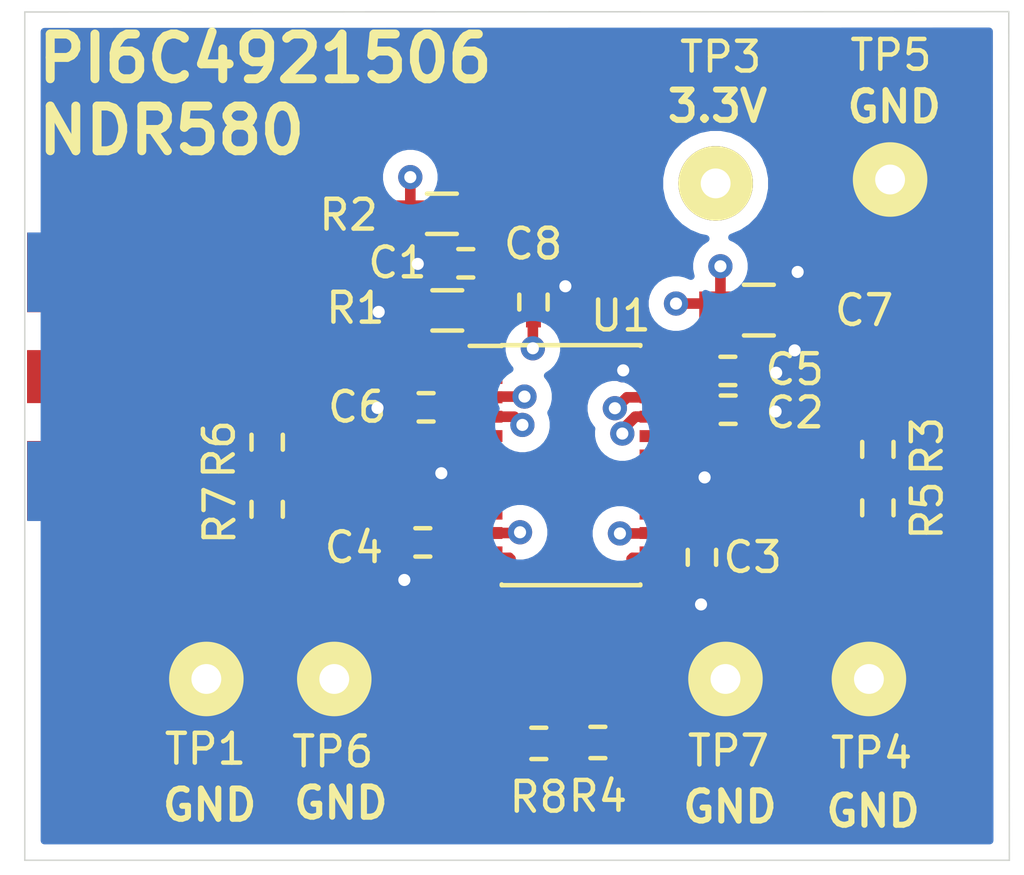
<source format=kicad_pcb>
(kicad_pcb (version 20171130) (host pcbnew "(5.1.10)-1")

  (general
    (thickness 1.6)
    (drawings 11)
    (tracks 294)
    (zones 0)
    (modules 24)
    (nets 17)
  )

  (page A4)
  (layers
    (0 F.Cu signal)
    (1 In1.Cu signal)
    (2 In2.Cu signal)
    (31 B.Cu signal)
    (32 B.Adhes user hide)
    (33 F.Adhes user hide)
    (34 B.Paste user hide)
    (35 F.Paste user hide)
    (36 B.SilkS user hide)
    (37 F.SilkS user)
    (38 B.Mask user hide)
    (39 F.Mask user hide)
    (40 Dwgs.User user hide)
    (41 Cmts.User user hide)
    (42 Eco1.User user hide)
    (43 Eco2.User user hide)
    (44 Edge.Cuts user)
    (45 Margin user hide)
    (46 B.CrtYd user hide)
    (47 F.CrtYd user hide)
    (48 B.Fab user hide)
    (49 F.Fab user hide)
  )

  (setup
    (last_trace_width 0.3556)
    (trace_clearance 0.1524)
    (zone_clearance 0.508)
    (zone_45_only no)
    (trace_min 0.2)
    (via_size 0.8128)
    (via_drill 0.4064)
    (via_min_size 0.4)
    (via_min_drill 0.3)
    (uvia_size 0.3)
    (uvia_drill 0.1)
    (uvias_allowed no)
    (uvia_min_size 0.2)
    (uvia_min_drill 0.1)
    (edge_width 0.05)
    (segment_width 0.2)
    (pcb_text_width 0.3)
    (pcb_text_size 1.5 1.5)
    (mod_edge_width 0.12)
    (mod_text_size 1 1)
    (mod_text_width 0.15)
    (pad_size 1.524 1.524)
    (pad_drill 0.762)
    (pad_to_mask_clearance 0)
    (aux_axis_origin 0 0)
    (visible_elements 7FFFFF7F)
    (pcbplotparams
      (layerselection 0x010fc_ffffffff)
      (usegerberextensions false)
      (usegerberattributes true)
      (usegerberadvancedattributes true)
      (creategerberjobfile true)
      (excludeedgelayer true)
      (linewidth 0.100000)
      (plotframeref false)
      (viasonmask false)
      (mode 1)
      (useauxorigin false)
      (hpglpennumber 1)
      (hpglpenspeed 20)
      (hpglpendiameter 15.000000)
      (psnegative false)
      (psa4output false)
      (plotreference true)
      (plotvalue true)
      (plotinvisibletext false)
      (padsonsilk false)
      (subtractmaskfromsilk false)
      (outputformat 1)
      (mirror false)
      (drillshape 1)
      (scaleselection 1)
      (outputdirectory ""))
  )

  (net 0 "")
  (net 1 GND)
  (net 2 "Net-(C1-Pad1)")
  (net 3 +3.3VA)
  (net 4 /Q5-)
  (net 5 /Q5+)
  (net 6 /Q3-)
  (net 7 /Q3+)
  (net 8 /Q4+)
  (net 9 /Q4-)
  (net 10 /Q0-)
  (net 11 /Q0+)
  (net 12 /Q1+)
  (net 13 /Q1-)
  (net 14 /Q2+)
  (net 15 /Q2-)
  (net 16 "Net-(TP2-Pad1)")

  (net_class Default "This is the default net class."
    (clearance 0.1524)
    (trace_width 0.3556)
    (via_dia 0.8128)
    (via_drill 0.4064)
    (uvia_dia 0.3)
    (uvia_drill 0.1)
    (diff_pair_width 0.2921)
    (diff_pair_gap 0.1524)
    (add_net +3.3VA)
    (add_net /Q0+)
    (add_net /Q0-)
    (add_net /Q1+)
    (add_net /Q1-)
    (add_net /Q2+)
    (add_net /Q2-)
    (add_net /Q3+)
    (add_net /Q3-)
    (add_net /Q4+)
    (add_net /Q4-)
    (add_net /Q5+)
    (add_net /Q5-)
    (add_net GND)
    (add_net "Net-(C1-Pad1)")
    (add_net "Net-(TP2-Pad1)")
  )

  (module Connector_RF:SMA_EDGE_062_MOLEX0732512120 (layer F.Cu) (tedit 623CC557) (tstamp 623C903B)
    (at 129.17 87.92 90)
    (path /624E83C9)
    (fp_text reference TP2 (at 0.01 -4.15 90) (layer F.SilkS) hide
      (effects (font (size 1 1) (thickness 0.15)))
    )
    (fp_text value Conn_01x05_Male (at 0.01 3.73 90) (layer F.Fab) hide
      (effects (font (size 1 1) (thickness 0.15)))
    )
    (pad 1 smd rect (at 0 0 90) (size 1.778 4.191) (layers F.Cu F.Paste F.Mask)
      (net 16 "Net-(TP2-Pad1)"))
    (pad 2 smd rect (at 3.4925 0 90) (size 2.667 4.191) (layers F.Cu F.Paste F.Mask)
      (net 1 GND))
    (pad 3 smd rect (at -3.4925 0 90) (size 2.667 4.191) (layers F.Cu F.Paste F.Mask)
      (net 1 GND))
    (pad 4 smd rect (at -3.51 0.01 90) (size 2.667 4.191) (layers B.Cu B.Paste B.Mask)
      (net 1 GND))
    (pad 5 smd rect (at 3.5 0.01 90) (size 2.667 4.191) (layers B.Cu B.Paste B.Mask)
      (net 1 GND))
  )

  (module Housings_SSOP:TSSOP-24_4.4x7.8mm_Pitch0.65mm (layer F.Cu) (tedit 54130A77) (tstamp 623C8EB8)
    (at 145.32 90.89)
    (descr "TSSOP24: plastic thin shrink small outline package; 24 leads; body width 4.4 mm; (see NXP SSOP-TSSOP-VSO-REFLOW.pdf and sot355-1_po.pdf)")
    (tags "SSOP 0.65")
    (path /623D863D)
    (attr smd)
    (fp_text reference U1 (at 1.67 -5.01) (layer F.SilkS)
      (effects (font (size 1 1) (thickness 0.15)))
    )
    (fp_text value PI6C4921506 (at 0 4.95) (layer F.Fab) hide
      (effects (font (size 1 1) (thickness 0.15)))
    )
    (fp_line (start -2.325 -4) (end -3.4 -4) (layer F.SilkS) (width 0.15))
    (fp_line (start -2.325 4.025) (end 2.325 4.025) (layer F.SilkS) (width 0.15))
    (fp_line (start -2.325 -4.025) (end 2.325 -4.025) (layer F.SilkS) (width 0.15))
    (fp_line (start -2.325 4.025) (end -2.325 4) (layer F.SilkS) (width 0.15))
    (fp_line (start 2.325 4.025) (end 2.325 4) (layer F.SilkS) (width 0.15))
    (fp_line (start 2.325 -4.025) (end 2.325 -4) (layer F.SilkS) (width 0.15))
    (fp_line (start -2.325 -4.025) (end -2.325 -4) (layer F.SilkS) (width 0.15))
    (fp_line (start -3.65 4.2) (end 3.65 4.2) (layer F.CrtYd) (width 0.05))
    (fp_line (start -3.65 -4.2) (end 3.65 -4.2) (layer F.CrtYd) (width 0.05))
    (fp_line (start 3.65 -4.2) (end 3.65 4.2) (layer F.CrtYd) (width 0.05))
    (fp_line (start -3.65 -4.2) (end -3.65 4.2) (layer F.CrtYd) (width 0.05))
    (pad 1 smd rect (at -2.85 -3.575) (size 1.1 0.4) (layers F.Cu F.Paste F.Mask)
      (net 2 "Net-(C1-Pad1)"))
    (pad 2 smd rect (at -2.85 -2.925) (size 1.1 0.4) (layers F.Cu F.Paste F.Mask)
      (net 16 "Net-(TP2-Pad1)"))
    (pad 3 smd rect (at -2.85 -2.275) (size 1.1 0.4) (layers F.Cu F.Paste F.Mask)
      (net 3 +3.3VA))
    (pad 4 smd rect (at -2.85 -1.625) (size 1.1 0.4) (layers F.Cu F.Paste F.Mask)
      (net 3 +3.3VA))
    (pad 5 smd rect (at -2.85 -0.975) (size 1.1 0.4) (layers F.Cu F.Paste F.Mask)
      (net 11 /Q0+))
    (pad 6 smd rect (at -2.85 -0.325) (size 1.1 0.4) (layers F.Cu F.Paste F.Mask)
      (net 10 /Q0-))
    (pad 7 smd rect (at -2.85 0.325) (size 1.1 0.4) (layers F.Cu F.Paste F.Mask)
      (net 1 GND))
    (pad 8 smd rect (at -2.85 0.975) (size 1.1 0.4) (layers F.Cu F.Paste F.Mask)
      (net 12 /Q1+))
    (pad 9 smd rect (at -2.85 1.625) (size 1.1 0.4) (layers F.Cu F.Paste F.Mask)
      (net 13 /Q1-))
    (pad 10 smd rect (at -2.85 2.275) (size 1.1 0.4) (layers F.Cu F.Paste F.Mask)
      (net 3 +3.3VA))
    (pad 11 smd rect (at -2.85 2.925) (size 1.1 0.4) (layers F.Cu F.Paste F.Mask)
      (net 14 /Q2+))
    (pad 12 smd rect (at -2.85 3.575) (size 1.1 0.4) (layers F.Cu F.Paste F.Mask)
      (net 15 /Q2-))
    (pad 13 smd rect (at 2.85 3.575) (size 1.1 0.4) (layers F.Cu F.Paste F.Mask)
      (net 7 /Q3+))
    (pad 14 smd rect (at 2.85 2.925) (size 1.1 0.4) (layers F.Cu F.Paste F.Mask)
      (net 6 /Q3-))
    (pad 15 smd rect (at 2.85 2.275) (size 1.1 0.4) (layers F.Cu F.Paste F.Mask)
      (net 3 +3.3VA))
    (pad 16 smd rect (at 2.85 1.625) (size 1.1 0.4) (layers F.Cu F.Paste F.Mask)
      (net 8 /Q4+))
    (pad 17 smd rect (at 2.85 0.975) (size 1.1 0.4) (layers F.Cu F.Paste F.Mask)
      (net 9 /Q4-))
    (pad 18 smd rect (at 2.85 0.325) (size 1.1 0.4) (layers F.Cu F.Paste F.Mask)
      (net 1 GND))
    (pad 19 smd rect (at 2.85 -0.325) (size 1.1 0.4) (layers F.Cu F.Paste F.Mask)
      (net 5 /Q5+))
    (pad 20 smd rect (at 2.85 -0.975) (size 1.1 0.4) (layers F.Cu F.Paste F.Mask)
      (net 4 /Q5-))
    (pad 21 smd rect (at 2.85 -1.625) (size 1.1 0.4) (layers F.Cu F.Paste F.Mask)
      (net 3 +3.3VA))
    (pad 22 smd rect (at 2.85 -2.275) (size 1.1 0.4) (layers F.Cu F.Paste F.Mask)
      (net 3 +3.3VA))
    (pad 23 smd rect (at 2.85 -2.925) (size 1.1 0.4) (layers F.Cu F.Paste F.Mask)
      (net 1 GND))
    (pad 24 smd rect (at 2.85 -3.575) (size 1.1 0.4) (layers F.Cu F.Paste F.Mask)
      (net 1 GND))
    (model Housings_SSOP.3dshapes/TSSOP-24_4.4x7.8mm_Pitch0.65mm.wrl
      (at (xyz 0 0 0))
      (scale (xyz 1 1 1))
      (rotate (xyz 0 0 0))
    )
  )

  (module Capacitors_SMD:C_0402 (layer F.Cu) (tedit 5415D599) (tstamp 623C9669)
    (at 140.46 88.95 180)
    (descr "Capacitor SMD 0402, reflow soldering, AVX (see smccp.pdf)")
    (tags "capacitor 0402")
    (path /62474E36)
    (attr smd)
    (fp_text reference C6 (at 2.31 0.01) (layer F.SilkS)
      (effects (font (size 1 1) (thickness 0.15)))
    )
    (fp_text value 0.1u (at 0 1.7) (layer F.Fab) hide
      (effects (font (size 1 1) (thickness 0.15)))
    )
    (fp_line (start -1.15 -0.6) (end 1.15 -0.6) (layer F.CrtYd) (width 0.05))
    (fp_line (start -1.15 0.6) (end 1.15 0.6) (layer F.CrtYd) (width 0.05))
    (fp_line (start -1.15 -0.6) (end -1.15 0.6) (layer F.CrtYd) (width 0.05))
    (fp_line (start 1.15 -0.6) (end 1.15 0.6) (layer F.CrtYd) (width 0.05))
    (fp_line (start 0.25 -0.475) (end -0.25 -0.475) (layer F.SilkS) (width 0.15))
    (fp_line (start -0.25 0.475) (end 0.25 0.475) (layer F.SilkS) (width 0.15))
    (pad 2 smd rect (at 0.55 0 180) (size 0.6 0.5) (layers F.Cu F.Paste F.Mask)
      (net 1 GND))
    (pad 1 smd rect (at -0.55 0 180) (size 0.6 0.5) (layers F.Cu F.Paste F.Mask)
      (net 3 +3.3VA))
    (model Capacitors_SMD.3dshapes/C_0402.wrl
      (at (xyz 0 0 0))
      (scale (xyz 1 1 1))
      (rotate (xyz 0 0 0))
    )
  )

  (module Resistors_SMD:R_0402 (layer F.Cu) (tedit 5415CBB8) (tstamp 623CAFDB)
    (at 155.61 92.32 90)
    (descr "Resistor SMD 0402, reflow soldering, Vishay (see dcrcw.pdf)")
    (tags "resistor 0402")
    (path /623E6FC0)
    (attr smd)
    (fp_text reference R5 (at -0.09 1.65 90) (layer F.SilkS)
      (effects (font (size 1 1) (thickness 0.15)))
    )
    (fp_text value 100 (at 0 1.8 90) (layer F.Fab) hide
      (effects (font (size 1 1) (thickness 0.15)))
    )
    (fp_line (start -0.95 -0.65) (end 0.95 -0.65) (layer F.CrtYd) (width 0.05))
    (fp_line (start -0.95 0.65) (end 0.95 0.65) (layer F.CrtYd) (width 0.05))
    (fp_line (start -0.95 -0.65) (end -0.95 0.65) (layer F.CrtYd) (width 0.05))
    (fp_line (start 0.95 -0.65) (end 0.95 0.65) (layer F.CrtYd) (width 0.05))
    (fp_line (start 0.25 -0.525) (end -0.25 -0.525) (layer F.SilkS) (width 0.15))
    (fp_line (start -0.25 0.525) (end 0.25 0.525) (layer F.SilkS) (width 0.15))
    (pad 1 smd rect (at -0.45 0 90) (size 0.4 0.6) (layers F.Cu F.Paste F.Mask)
      (net 8 /Q4+))
    (pad 2 smd rect (at 0.45 0 90) (size 0.4 0.6) (layers F.Cu F.Paste F.Mask)
      (net 9 /Q4-))
    (model Resistors_SMD.3dshapes/R_0402.wrl
      (at (xyz 0 0 0))
      (scale (xyz 1 1 1))
      (rotate (xyz 0 0 0))
    )
  )

  (module Resistors_SMD:R_0402 (layer F.Cu) (tedit 5415CBB8) (tstamp 623BAD82)
    (at 155.61 90.36 90)
    (descr "Resistor SMD 0402, reflow soldering, Vishay (see dcrcw.pdf)")
    (tags "resistor 0402")
    (path /6241263B)
    (attr smd)
    (fp_text reference R3 (at 0.11 1.65 90) (layer F.SilkS)
      (effects (font (size 1 1) (thickness 0.15)))
    )
    (fp_text value 100 (at 0 1.8 90) (layer F.Fab) hide
      (effects (font (size 1 1) (thickness 0.15)))
    )
    (fp_line (start -0.95 -0.65) (end 0.95 -0.65) (layer F.CrtYd) (width 0.05))
    (fp_line (start -0.95 0.65) (end 0.95 0.65) (layer F.CrtYd) (width 0.05))
    (fp_line (start -0.95 -0.65) (end -0.95 0.65) (layer F.CrtYd) (width 0.05))
    (fp_line (start 0.95 -0.65) (end 0.95 0.65) (layer F.CrtYd) (width 0.05))
    (fp_line (start 0.25 -0.525) (end -0.25 -0.525) (layer F.SilkS) (width 0.15))
    (fp_line (start -0.25 0.525) (end 0.25 0.525) (layer F.SilkS) (width 0.15))
    (pad 1 smd rect (at -0.45 0 90) (size 0.4 0.6) (layers F.Cu F.Paste F.Mask)
      (net 5 /Q5+))
    (pad 2 smd rect (at 0.45 0 90) (size 0.4 0.6) (layers F.Cu F.Paste F.Mask)
      (net 4 /Q5-))
    (model Resistors_SMD.3dshapes/R_0402.wrl
      (at (xyz 0 0 0))
      (scale (xyz 1 1 1))
      (rotate (xyz 0 0 0))
    )
  )

  (module Resistors_SMD:R_0603_HandSoldering (layer F.Cu) (tedit 5418A00F) (tstamp 623C915E)
    (at 141.17 85.7 180)
    (descr "Resistor SMD 0603, hand soldering")
    (tags "resistor 0603")
    (path /624FC5C3)
    (attr smd)
    (fp_text reference R1 (at 3.08 0.08) (layer F.SilkS)
      (effects (font (size 1 1) (thickness 0.15)))
    )
    (fp_text value 1K (at 0 1.9) (layer F.Fab) hide
      (effects (font (size 1 1) (thickness 0.15)))
    )
    (fp_line (start -0.5 -0.675) (end 0.5 -0.675) (layer F.SilkS) (width 0.15))
    (fp_line (start 0.5 0.675) (end -0.5 0.675) (layer F.SilkS) (width 0.15))
    (fp_line (start 2 -0.8) (end 2 0.8) (layer F.CrtYd) (width 0.05))
    (fp_line (start -2 -0.8) (end -2 0.8) (layer F.CrtYd) (width 0.05))
    (fp_line (start -2 0.8) (end 2 0.8) (layer F.CrtYd) (width 0.05))
    (fp_line (start -2 -0.8) (end 2 -0.8) (layer F.CrtYd) (width 0.05))
    (pad 2 smd rect (at 1.1 0 180) (size 1.2 0.9) (layers F.Cu F.Paste F.Mask)
      (net 1 GND))
    (pad 1 smd rect (at -1.1 0 180) (size 1.2 0.9) (layers F.Cu F.Paste F.Mask)
      (net 2 "Net-(C1-Pad1)"))
    (model Resistors_SMD.3dshapes/R_0603_HandSoldering.wrl
      (at (xyz 0 0 0))
      (scale (xyz 1 1 1))
      (rotate (xyz 0 0 0))
    )
  )

  (module Resistors_SMD:R_0603_HandSoldering (layer F.Cu) (tedit 5418A00F) (tstamp 623B9930)
    (at 140.99 82.46)
    (descr "Resistor SMD 0603, hand soldering")
    (tags "resistor 0603")
    (path /624FCA39)
    (attr smd)
    (fp_text reference R2 (at -3.13 0.04) (layer F.SilkS)
      (effects (font (size 1 1) (thickness 0.15)))
    )
    (fp_text value 1K (at 0 1.9) (layer F.Fab) hide
      (effects (font (size 1 1) (thickness 0.15)))
    )
    (fp_line (start -2 -0.8) (end 2 -0.8) (layer F.CrtYd) (width 0.05))
    (fp_line (start -2 0.8) (end 2 0.8) (layer F.CrtYd) (width 0.05))
    (fp_line (start -2 -0.8) (end -2 0.8) (layer F.CrtYd) (width 0.05))
    (fp_line (start 2 -0.8) (end 2 0.8) (layer F.CrtYd) (width 0.05))
    (fp_line (start 0.5 0.675) (end -0.5 0.675) (layer F.SilkS) (width 0.15))
    (fp_line (start -0.5 -0.675) (end 0.5 -0.675) (layer F.SilkS) (width 0.15))
    (pad 1 smd rect (at -1.1 0) (size 1.2 0.9) (layers F.Cu F.Paste F.Mask)
      (net 3 +3.3VA))
    (pad 2 smd rect (at 1.1 0) (size 1.2 0.9) (layers F.Cu F.Paste F.Mask)
      (net 2 "Net-(C1-Pad1)"))
    (model Resistors_SMD.3dshapes/R_0603_HandSoldering.wrl
      (at (xyz 0 0 0))
      (scale (xyz 1 1 1))
      (rotate (xyz 0 0 0))
    )
  )

  (module Resistors_SMD:R_0402 (layer F.Cu) (tedit 5415CBB8) (tstamp 623C92CF)
    (at 135.13 90.12 270)
    (descr "Resistor SMD 0402, reflow soldering, Vishay (see dcrcw.pdf)")
    (tags "resistor 0402")
    (path /623E54C4)
    (attr smd)
    (fp_text reference R6 (at 0.24 1.61 270) (layer F.SilkS)
      (effects (font (size 1 1) (thickness 0.15)))
    )
    (fp_text value 100 (at 0 1.8 270) (layer F.Fab) hide
      (effects (font (size 1 1) (thickness 0.15)))
    )
    (fp_line (start -0.25 0.525) (end 0.25 0.525) (layer F.SilkS) (width 0.15))
    (fp_line (start 0.25 -0.525) (end -0.25 -0.525) (layer F.SilkS) (width 0.15))
    (fp_line (start 0.95 -0.65) (end 0.95 0.65) (layer F.CrtYd) (width 0.05))
    (fp_line (start -0.95 -0.65) (end -0.95 0.65) (layer F.CrtYd) (width 0.05))
    (fp_line (start -0.95 0.65) (end 0.95 0.65) (layer F.CrtYd) (width 0.05))
    (fp_line (start -0.95 -0.65) (end 0.95 -0.65) (layer F.CrtYd) (width 0.05))
    (pad 2 smd rect (at 0.45 0 270) (size 0.4 0.6) (layers F.Cu F.Paste F.Mask)
      (net 10 /Q0-))
    (pad 1 smd rect (at -0.45 0 270) (size 0.4 0.6) (layers F.Cu F.Paste F.Mask)
      (net 11 /Q0+))
    (model Resistors_SMD.3dshapes/R_0402.wrl
      (at (xyz 0 0 0))
      (scale (xyz 1 1 1))
      (rotate (xyz 0 0 0))
    )
  )

  (module Resistors_SMD:R_0402 (layer F.Cu) (tedit 5415CBB8) (tstamp 623CB035)
    (at 135.13 92.37 270)
    (descr "Resistor SMD 0402, reflow soldering, Vishay (see dcrcw.pdf)")
    (tags "resistor 0402")
    (path /623E5A79)
    (attr smd)
    (fp_text reference R7 (at 0.19 1.59 270) (layer F.SilkS)
      (effects (font (size 1 1) (thickness 0.15)))
    )
    (fp_text value 100 (at 0 1.8 270) (layer F.Fab) hide
      (effects (font (size 1 1) (thickness 0.15)))
    )
    (fp_line (start -0.25 0.525) (end 0.25 0.525) (layer F.SilkS) (width 0.15))
    (fp_line (start 0.25 -0.525) (end -0.25 -0.525) (layer F.SilkS) (width 0.15))
    (fp_line (start 0.95 -0.65) (end 0.95 0.65) (layer F.CrtYd) (width 0.05))
    (fp_line (start -0.95 -0.65) (end -0.95 0.65) (layer F.CrtYd) (width 0.05))
    (fp_line (start -0.95 0.65) (end 0.95 0.65) (layer F.CrtYd) (width 0.05))
    (fp_line (start -0.95 -0.65) (end 0.95 -0.65) (layer F.CrtYd) (width 0.05))
    (pad 2 smd rect (at 0.45 0 270) (size 0.4 0.6) (layers F.Cu F.Paste F.Mask)
      (net 13 /Q1-))
    (pad 1 smd rect (at -0.45 0 270) (size 0.4 0.6) (layers F.Cu F.Paste F.Mask)
      (net 12 /Q1+))
    (model Resistors_SMD.3dshapes/R_0402.wrl
      (at (xyz 0 0 0))
      (scale (xyz 1 1 1))
      (rotate (xyz 0 0 0))
    )
  )

  (module Resistors_SMD:R_0402 (layer F.Cu) (tedit 5415CBB8) (tstamp 623B9978)
    (at 144.24 100.22 180)
    (descr "Resistor SMD 0402, reflow soldering, Vishay (see dcrcw.pdf)")
    (tags "resistor 0402")
    (path /623E63DE)
    (attr smd)
    (fp_text reference R8 (at 0 -1.8 180) (layer F.SilkS)
      (effects (font (size 1 1) (thickness 0.15)))
    )
    (fp_text value 100 (at 0 1.8 180) (layer F.Fab) hide
      (effects (font (size 1 1) (thickness 0.15)))
    )
    (fp_line (start -0.95 -0.65) (end 0.95 -0.65) (layer F.CrtYd) (width 0.05))
    (fp_line (start -0.95 0.65) (end 0.95 0.65) (layer F.CrtYd) (width 0.05))
    (fp_line (start -0.95 -0.65) (end -0.95 0.65) (layer F.CrtYd) (width 0.05))
    (fp_line (start 0.95 -0.65) (end 0.95 0.65) (layer F.CrtYd) (width 0.05))
    (fp_line (start 0.25 -0.525) (end -0.25 -0.525) (layer F.SilkS) (width 0.15))
    (fp_line (start -0.25 0.525) (end 0.25 0.525) (layer F.SilkS) (width 0.15))
    (pad 1 smd rect (at -0.45 0 180) (size 0.4 0.6) (layers F.Cu F.Paste F.Mask)
      (net 14 /Q2+))
    (pad 2 smd rect (at 0.45 0 180) (size 0.4 0.6) (layers F.Cu F.Paste F.Mask)
      (net 15 /Q2-))
    (model Resistors_SMD.3dshapes/R_0402.wrl
      (at (xyz 0 0 0))
      (scale (xyz 1 1 1))
      (rotate (xyz 0 0 0))
    )
  )

  (module Wire_Pads:SolderWirePad_single_1mmDrill (layer F.Cu) (tedit 0) (tstamp 623B99AB)
    (at 150.17 81.44)
    (path /625D380F)
    (fp_text reference TP3 (at 0.17 -4.24) (layer F.SilkS)
      (effects (font (size 1 1) (thickness 0.15)))
    )
    (fp_text value TestPoint (at -1.905 3.175) (layer F.Fab) hide
      (effects (font (size 1 1) (thickness 0.15)))
    )
    (pad 1 thru_hole circle (at 0 0) (size 2.49936 2.49936) (drill 1.00076) (layers *.Cu *.Mask F.SilkS)
      (net 3 +3.3VA))
  )

  (module Wire_Pads:SolderWirePad_single_1mmDrill (layer F.Cu) (tedit 0) (tstamp 623B99B0)
    (at 155.31 98.06)
    (path /625E5255)
    (fp_text reference TP4 (at 0.09 2.48) (layer F.SilkS)
      (effects (font (size 1 1) (thickness 0.15)))
    )
    (fp_text value TestPoint (at -1.905 3.175) (layer F.Fab) hide
      (effects (font (size 1 1) (thickness 0.15)))
    )
    (pad 1 thru_hole circle (at 0 0) (size 2.49936 2.49936) (drill 1.00076) (layers *.Cu *.Mask F.SilkS)
      (net 1 GND))
  )

  (module Wire_Pads:SolderWirePad_single_1mmDrill (layer F.Cu) (tedit 0) (tstamp 623B99B5)
    (at 156.02 81.31)
    (path /625E5791)
    (fp_text reference TP5 (at 0.03 -4.17) (layer F.SilkS)
      (effects (font (size 1 1) (thickness 0.15)))
    )
    (fp_text value TestPoint (at -1.905 3.175) (layer F.Fab) hide
      (effects (font (size 1 1) (thickness 0.15)))
    )
    (pad 1 thru_hole circle (at 0 0) (size 2.49936 2.49936) (drill 1.00076) (layers *.Cu *.Mask F.SilkS)
      (net 1 GND))
  )

  (module Wire_Pads:SolderWirePad_single_1mmDrill (layer F.Cu) (tedit 0) (tstamp 623CB810)
    (at 137.38 98.06)
    (path /625E5A0C)
    (fp_text reference TP6 (at -0.05 2.44) (layer F.SilkS)
      (effects (font (size 1 1) (thickness 0.15)))
    )
    (fp_text value TestPoint (at -1.905 3.175) (layer F.Fab) hide
      (effects (font (size 1 1) (thickness 0.15)))
    )
    (pad 1 thru_hole circle (at 0 0) (size 2.49936 2.49936) (drill 1.00076) (layers *.Cu *.Mask F.SilkS)
      (net 1 GND))
  )

  (module Wire_Pads:SolderWirePad_single_1mmDrill (layer F.Cu) (tedit 0) (tstamp 623CB7F7)
    (at 150.5 98.06)
    (path /625E5CA4)
    (fp_text reference TP7 (at 0.1 2.41) (layer F.SilkS)
      (effects (font (size 1 1) (thickness 0.15)))
    )
    (fp_text value TestPoint (at -1.905 3.175) (layer F.Fab) hide
      (effects (font (size 1 1) (thickness 0.15)))
    )
    (pad 1 thru_hole circle (at 0 0) (size 2.49936 2.49936) (drill 1.00076) (layers *.Cu *.Mask F.SilkS)
      (net 1 GND))
  )

  (module Resistors_SMD:R_0402 (layer F.Cu) (tedit 5415CBB8) (tstamp 623C9297)
    (at 146.22 100.19 180)
    (descr "Resistor SMD 0402, reflow soldering, Vishay (see dcrcw.pdf)")
    (tags "resistor 0402")
    (path /623E65D0)
    (attr smd)
    (fp_text reference R4 (at 0 -1.8) (layer F.SilkS)
      (effects (font (size 1 1) (thickness 0.15)))
    )
    (fp_text value 100 (at 0 1.8) (layer F.Fab) hide
      (effects (font (size 1 1) (thickness 0.15)))
    )
    (fp_line (start -0.25 0.525) (end 0.25 0.525) (layer F.SilkS) (width 0.15))
    (fp_line (start 0.25 -0.525) (end -0.25 -0.525) (layer F.SilkS) (width 0.15))
    (fp_line (start 0.95 -0.65) (end 0.95 0.65) (layer F.CrtYd) (width 0.05))
    (fp_line (start -0.95 -0.65) (end -0.95 0.65) (layer F.CrtYd) (width 0.05))
    (fp_line (start -0.95 0.65) (end 0.95 0.65) (layer F.CrtYd) (width 0.05))
    (fp_line (start -0.95 -0.65) (end 0.95 -0.65) (layer F.CrtYd) (width 0.05))
    (pad 2 smd rect (at 0.45 0 180) (size 0.4 0.6) (layers F.Cu F.Paste F.Mask)
      (net 6 /Q3-))
    (pad 1 smd rect (at -0.45 0 180) (size 0.4 0.6) (layers F.Cu F.Paste F.Mask)
      (net 7 /Q3+))
    (model Resistors_SMD.3dshapes/R_0402.wrl
      (at (xyz 0 0 0))
      (scale (xyz 1 1 1))
      (rotate (xyz 0 0 0))
    )
  )

  (module Capacitors_SMD:C_0402 (layer F.Cu) (tedit 5415D599) (tstamp 623C8E6A)
    (at 141.79 84.12 180)
    (descr "Capacitor SMD 0402, reflow soldering, AVX (see smccp.pdf)")
    (tags "capacitor 0402")
    (path /624FCD07)
    (attr smd)
    (fp_text reference C1 (at 2.29 0.02) (layer F.SilkS)
      (effects (font (size 1 1) (thickness 0.15)))
    )
    (fp_text value 0.1u (at 0 1.7) (layer F.Fab) hide
      (effects (font (size 1 1) (thickness 0.15)))
    )
    (fp_line (start -0.25 0.475) (end 0.25 0.475) (layer F.SilkS) (width 0.15))
    (fp_line (start 0.25 -0.475) (end -0.25 -0.475) (layer F.SilkS) (width 0.15))
    (fp_line (start 1.15 -0.6) (end 1.15 0.6) (layer F.CrtYd) (width 0.05))
    (fp_line (start -1.15 -0.6) (end -1.15 0.6) (layer F.CrtYd) (width 0.05))
    (fp_line (start -1.15 0.6) (end 1.15 0.6) (layer F.CrtYd) (width 0.05))
    (fp_line (start -1.15 -0.6) (end 1.15 -0.6) (layer F.CrtYd) (width 0.05))
    (pad 1 smd rect (at -0.55 0 180) (size 0.6 0.5) (layers F.Cu F.Paste F.Mask)
      (net 2 "Net-(C1-Pad1)"))
    (pad 2 smd rect (at 0.55 0 180) (size 0.6 0.5) (layers F.Cu F.Paste F.Mask)
      (net 1 GND))
    (model Capacitors_SMD.3dshapes/C_0402.wrl
      (at (xyz 0 0 0))
      (scale (xyz 1 1 1))
      (rotate (xyz 0 0 0))
    )
  )

  (module Capacitors_SMD:C_0402 (layer F.Cu) (tedit 5415D599) (tstamp 623C8E75)
    (at 150.59 89.03)
    (descr "Capacitor SMD 0402, reflow soldering, AVX (see smccp.pdf)")
    (tags "capacitor 0402")
    (path /623E3E70)
    (attr smd)
    (fp_text reference C2 (at 2.23 0.1) (layer F.SilkS)
      (effects (font (size 1 1) (thickness 0.15)))
    )
    (fp_text value 0.1u (at 0 1.7) (layer F.Fab) hide
      (effects (font (size 1 1) (thickness 0.15)))
    )
    (fp_line (start -1.15 -0.6) (end 1.15 -0.6) (layer F.CrtYd) (width 0.05))
    (fp_line (start -1.15 0.6) (end 1.15 0.6) (layer F.CrtYd) (width 0.05))
    (fp_line (start -1.15 -0.6) (end -1.15 0.6) (layer F.CrtYd) (width 0.05))
    (fp_line (start 1.15 -0.6) (end 1.15 0.6) (layer F.CrtYd) (width 0.05))
    (fp_line (start 0.25 -0.475) (end -0.25 -0.475) (layer F.SilkS) (width 0.15))
    (fp_line (start -0.25 0.475) (end 0.25 0.475) (layer F.SilkS) (width 0.15))
    (pad 2 smd rect (at 0.55 0) (size 0.6 0.5) (layers F.Cu F.Paste F.Mask)
      (net 1 GND))
    (pad 1 smd rect (at -0.55 0) (size 0.6 0.5) (layers F.Cu F.Paste F.Mask)
      (net 3 +3.3VA))
    (model Capacitors_SMD.3dshapes/C_0402.wrl
      (at (xyz 0 0 0))
      (scale (xyz 1 1 1))
      (rotate (xyz 0 0 0))
    )
  )

  (module Capacitors_SMD:C_0402 (layer F.Cu) (tedit 5415D599) (tstamp 623C8E80)
    (at 149.71 93.98 270)
    (descr "Capacitor SMD 0402, reflow soldering, AVX (see smccp.pdf)")
    (tags "capacitor 0402")
    (path /623E3E66)
    (attr smd)
    (fp_text reference C3 (at 0 -1.7 180) (layer F.SilkS)
      (effects (font (size 1 1) (thickness 0.15)))
    )
    (fp_text value 0.1u (at 7.62 40.15 90) (layer F.Fab) hide
      (effects (font (size 1 1) (thickness 0.15)))
    )
    (fp_line (start -0.25 0.475) (end 0.25 0.475) (layer F.SilkS) (width 0.15))
    (fp_line (start 0.25 -0.475) (end -0.25 -0.475) (layer F.SilkS) (width 0.15))
    (fp_line (start 1.15 -0.6) (end 1.15 0.6) (layer F.CrtYd) (width 0.05))
    (fp_line (start -1.15 -0.6) (end -1.15 0.6) (layer F.CrtYd) (width 0.05))
    (fp_line (start -1.15 0.6) (end 1.15 0.6) (layer F.CrtYd) (width 0.05))
    (fp_line (start -1.15 -0.6) (end 1.15 -0.6) (layer F.CrtYd) (width 0.05))
    (pad 1 smd rect (at -0.55 0 270) (size 0.6 0.5) (layers F.Cu F.Paste F.Mask)
      (net 3 +3.3VA))
    (pad 2 smd rect (at 0.55 0 270) (size 0.6 0.5) (layers F.Cu F.Paste F.Mask)
      (net 1 GND))
    (model Capacitors_SMD.3dshapes/C_0402.wrl
      (at (xyz 0 0 0))
      (scale (xyz 1 1 1))
      (rotate (xyz 0 0 0))
    )
  )

  (module Capacitors_SMD:C_0402 (layer F.Cu) (tedit 5415D599) (tstamp 623C8E8B)
    (at 140.35 93.48 180)
    (descr "Capacitor SMD 0402, reflow soldering, AVX (see smccp.pdf)")
    (tags "capacitor 0402")
    (path /623DC5A0)
    (attr smd)
    (fp_text reference C4 (at 2.31 -0.17) (layer F.SilkS)
      (effects (font (size 1 1) (thickness 0.15)))
    )
    (fp_text value 0.1u (at 0 1.7) (layer F.Fab) hide
      (effects (font (size 1 1) (thickness 0.15)))
    )
    (fp_line (start -0.25 0.475) (end 0.25 0.475) (layer F.SilkS) (width 0.15))
    (fp_line (start 0.25 -0.475) (end -0.25 -0.475) (layer F.SilkS) (width 0.15))
    (fp_line (start 1.15 -0.6) (end 1.15 0.6) (layer F.CrtYd) (width 0.05))
    (fp_line (start -1.15 -0.6) (end -1.15 0.6) (layer F.CrtYd) (width 0.05))
    (fp_line (start -1.15 0.6) (end 1.15 0.6) (layer F.CrtYd) (width 0.05))
    (fp_line (start -1.15 -0.6) (end 1.15 -0.6) (layer F.CrtYd) (width 0.05))
    (pad 1 smd rect (at -0.55 0 180) (size 0.6 0.5) (layers F.Cu F.Paste F.Mask)
      (net 3 +3.3VA))
    (pad 2 smd rect (at 0.55 0 180) (size 0.6 0.5) (layers F.Cu F.Paste F.Mask)
      (net 1 GND))
    (model Capacitors_SMD.3dshapes/C_0402.wrl
      (at (xyz 0 0 0))
      (scale (xyz 1 1 1))
      (rotate (xyz 0 0 0))
    )
  )

  (module Capacitors_SMD:C_0805_HandSoldering (layer F.Cu) (tedit 541A9B8D) (tstamp 623C8EAD)
    (at 151.62 85.69)
    (descr "Capacitor SMD 0805, hand soldering")
    (tags "capacitor 0805")
    (path /62475086)
    (attr smd)
    (fp_text reference C7 (at 3.53 0.01) (layer F.SilkS)
      (effects (font (size 1 1) (thickness 0.15)))
    )
    (fp_text value 10u (at 0 2.1) (layer F.Fab) hide
      (effects (font (size 1 1) (thickness 0.15)))
    )
    (fp_line (start -0.5 0.85) (end 0.5 0.85) (layer F.SilkS) (width 0.15))
    (fp_line (start 0.5 -0.85) (end -0.5 -0.85) (layer F.SilkS) (width 0.15))
    (fp_line (start 2.3 -1) (end 2.3 1) (layer F.CrtYd) (width 0.05))
    (fp_line (start -2.3 -1) (end -2.3 1) (layer F.CrtYd) (width 0.05))
    (fp_line (start -2.3 1) (end 2.3 1) (layer F.CrtYd) (width 0.05))
    (fp_line (start -2.3 -1) (end 2.3 -1) (layer F.CrtYd) (width 0.05))
    (pad 1 smd rect (at -1.25 0) (size 1.5 1.25) (layers F.Cu F.Paste F.Mask)
      (net 3 +3.3VA))
    (pad 2 smd rect (at 1.25 0) (size 1.5 1.25) (layers F.Cu F.Paste F.Mask)
      (net 1 GND))
    (model Capacitors_SMD.3dshapes/C_0805_HandSoldering.wrl
      (at (xyz 0 0 0))
      (scale (xyz 1 1 1))
      (rotate (xyz 0 0 0))
    )
  )

  (module Wire_Pads:SolderWirePad_single_1mmDrill (layer F.Cu) (tedit 0) (tstamp 623C9037)
    (at 133.09 98.06 90)
    (path /625E6FC1)
    (fp_text reference TP1 (at -2.35 -0.03 180) (layer F.SilkS)
      (effects (font (size 1 1) (thickness 0.15)))
    )
    (fp_text value TestPoint (at -1.905 3.175 90) (layer B.Fab) hide
      (effects (font (size 1 1) (thickness 0.15)) (justify mirror))
    )
    (pad 1 thru_hole circle (at 0 0 90) (size 2.49936 2.49936) (drill 1.00076) (layers *.Cu *.Mask F.SilkS)
      (net 1 GND))
  )

  (module Capacitors_SMD:C_0402 (layer F.Cu) (tedit 5415D599) (tstamp 623C9546)
    (at 150.58 87.73)
    (descr "Capacitor SMD 0402, reflow soldering, AVX (see smccp.pdf)")
    (tags "capacitor 0402")
    (path /62428B05)
    (attr smd)
    (fp_text reference C5 (at 2.24 -0.05) (layer F.SilkS)
      (effects (font (size 1 1) (thickness 0.15)))
    )
    (fp_text value 0.1u (at 0 1.7) (layer F.Fab) hide
      (effects (font (size 1 1) (thickness 0.15)))
    )
    (fp_line (start -0.25 0.475) (end 0.25 0.475) (layer F.SilkS) (width 0.15))
    (fp_line (start 0.25 -0.475) (end -0.25 -0.475) (layer F.SilkS) (width 0.15))
    (fp_line (start 1.15 -0.6) (end 1.15 0.6) (layer F.CrtYd) (width 0.05))
    (fp_line (start -1.15 -0.6) (end -1.15 0.6) (layer F.CrtYd) (width 0.05))
    (fp_line (start -1.15 0.6) (end 1.15 0.6) (layer F.CrtYd) (width 0.05))
    (fp_line (start -1.15 -0.6) (end 1.15 -0.6) (layer F.CrtYd) (width 0.05))
    (pad 1 smd rect (at -0.55 0) (size 0.6 0.5) (layers F.Cu F.Paste F.Mask)
      (net 3 +3.3VA))
    (pad 2 smd rect (at 0.55 0) (size 0.6 0.5) (layers F.Cu F.Paste F.Mask)
      (net 1 GND))
    (model Capacitors_SMD.3dshapes/C_0402.wrl
      (at (xyz 0 0 0))
      (scale (xyz 1 1 1))
      (rotate (xyz 0 0 0))
    )
  )

  (module Capacitors_SMD:C_0402 (layer F.Cu) (tedit 5415D599) (tstamp 623C96C2)
    (at 144.06 85.42 90)
    (descr "Capacitor SMD 0402, reflow soldering, AVX (see smccp.pdf)")
    (tags "capacitor 0402")
    (path /6249BB25)
    (attr smd)
    (fp_text reference C8 (at 1.95 -0.01 180) (layer F.SilkS)
      (effects (font (size 1 1) (thickness 0.15)))
    )
    (fp_text value 0.1u (at -0.04 0.22 90) (layer F.Fab) hide
      (effects (font (size 1 1) (thickness 0.15)))
    )
    (fp_line (start -0.25 0.475) (end 0.25 0.475) (layer F.SilkS) (width 0.15))
    (fp_line (start 0.25 -0.475) (end -0.25 -0.475) (layer F.SilkS) (width 0.15))
    (fp_line (start 1.15 -0.6) (end 1.15 0.6) (layer F.CrtYd) (width 0.05))
    (fp_line (start -1.15 -0.6) (end -1.15 0.6) (layer F.CrtYd) (width 0.05))
    (fp_line (start -1.15 0.6) (end 1.15 0.6) (layer F.CrtYd) (width 0.05))
    (fp_line (start -1.15 -0.6) (end 1.15 -0.6) (layer F.CrtYd) (width 0.05))
    (pad 1 smd rect (at -0.55 0 90) (size 0.6 0.5) (layers F.Cu F.Paste F.Mask)
      (net 3 +3.3VA))
    (pad 2 smd rect (at 0.55 0 90) (size 0.6 0.5) (layers F.Cu F.Paste F.Mask)
      (net 1 GND))
    (model Capacitors_SMD.3dshapes/C_0402.wrl
      (at (xyz 0 0 0))
      (scale (xyz 1 1 1))
      (rotate (xyz 0 0 0))
    )
  )

  (gr_text "PI6C4921506\nNDR580" (at 127.3 78.46) (layer F.SilkS)
    (effects (font (size 1.5 1.5) (thickness 0.3)) (justify left))
  )
  (gr_line (start 127 75.692) (end 160 75.68) (layer Edge.Cuts) (width 0.05))
  (gr_line (start 160 75.68) (end 160.02 104.14) (layer Edge.Cuts) (width 0.05))
  (gr_line (start 160.02 104.14) (end 127 104.14) (layer Edge.Cuts) (width 0.05))
  (gr_line (start 127 75.692) (end 127 104.14) (layer Edge.Cuts) (width 0.05))
  (gr_text GND (at 133.2 102.29) (layer F.SilkS) (tstamp 623CBA7B)
    (effects (font (size 1.016 1.016) (thickness 0.2032)))
  )
  (gr_text GND (at 137.6 102.22) (layer F.SilkS) (tstamp 623CBA79)
    (effects (font (size 1.016 1.016) (thickness 0.2032)))
  )
  (gr_text GND (at 150.65 102.35) (layer F.SilkS) (tstamp 623CBA76)
    (effects (font (size 1.016 1.016) (thickness 0.2032)))
  )
  (gr_text GND (at 155.45 102.49) (layer F.SilkS) (tstamp 623CBA73)
    (effects (font (size 1.016 1.016) (thickness 0.2032)))
  )
  (gr_text GND (at 156.16 78.87) (layer F.SilkS) (tstamp 623CBA4D)
    (effects (font (size 1.016 1.016) (thickness 0.2032)))
  )
  (gr_text 3.3V (at 150.23 78.85) (layer F.SilkS)
    (effects (font (size 1.016 1.016) (thickness 0.2032)))
  )

  (segment (start 133.09 98.06) (end 137.38 98.06) (width 0.3556) (layer B.Cu) (net 1))
  (via (at 139.73 94.74) (size 0.8128) (drill 0.4064) (layers F.Cu B.Cu) (net 1))
  (segment (start 139.73 95.71) (end 139.73 94.74) (width 0.3556) (layer B.Cu) (net 1))
  (segment (start 137.38 98.06) (end 139.73 95.71) (width 0.3556) (layer B.Cu) (net 1))
  (segment (start 139.73 93.55) (end 139.8 93.48) (width 0.3556) (layer F.Cu) (net 1))
  (segment (start 139.73 94.74) (end 139.73 93.55) (width 0.3556) (layer F.Cu) (net 1))
  (segment (start 139.73 94.74) (end 138.81 93.82) (width 0.3556) (layer B.Cu) (net 1))
  (segment (start 138.81 93.82) (end 138.81 92.17) (width 0.3556) (layer B.Cu) (net 1))
  (via (at 140.97 91.16) (size 0.8128) (drill 0.4064) (layers F.Cu B.Cu) (net 1))
  (segment (start 139.82 91.16) (end 140.97 91.16) (width 0.3556) (layer B.Cu) (net 1))
  (segment (start 138.81 92.17) (end 139.82 91.16) (width 0.3556) (layer B.Cu) (net 1))
  (segment (start 142.415 91.16) (end 142.47 91.215) (width 0.3556) (layer F.Cu) (net 1))
  (segment (start 140.97 91.16) (end 142.415 91.16) (width 0.3556) (layer F.Cu) (net 1))
  (segment (start 140.97 91.16) (end 139.22 91.16) (width 0.3556) (layer B.Cu) (net 1))
  (segment (start 139.22 91.16) (end 138.11 90.05) (width 0.3556) (layer B.Cu) (net 1))
  (segment (start 138.11 90.05) (end 138.11 89.6) (width 0.3556) (layer B.Cu) (net 1))
  (via (at 138.83 88.97) (size 0.8128) (drill 0.4064) (layers F.Cu B.Cu) (net 1))
  (segment (start 138.74 88.97) (end 138.83 88.97) (width 0.3556) (layer B.Cu) (net 1))
  (segment (start 138.11 89.6) (end 138.74 88.97) (width 0.3556) (layer B.Cu) (net 1))
  (segment (start 139.89 88.97) (end 139.91 88.95) (width 0.3556) (layer F.Cu) (net 1))
  (segment (start 138.83 88.97) (end 139.89 88.97) (width 0.3556) (layer F.Cu) (net 1))
  (via (at 138.87 85.75) (size 0.8128) (drill 0.4064) (layers F.Cu B.Cu) (net 1))
  (segment (start 138.83 85.79) (end 138.87 85.75) (width 0.3556) (layer B.Cu) (net 1))
  (segment (start 138.83 88.97) (end 138.83 85.79) (width 0.3556) (layer B.Cu) (net 1))
  (segment (start 140.02 85.75) (end 140.07 85.7) (width 0.3556) (layer F.Cu) (net 1))
  (segment (start 138.87 85.75) (end 140.02 85.75) (width 0.3556) (layer F.Cu) (net 1))
  (segment (start 138.87 85.75) (end 138.87 84.71) (width 0.3556) (layer B.Cu) (net 1))
  (via (at 140.18 84.14) (size 0.8128) (drill 0.4064) (layers F.Cu B.Cu) (net 1))
  (segment (start 139.44 84.14) (end 140.18 84.14) (width 0.3556) (layer B.Cu) (net 1))
  (segment (start 138.87 84.71) (end 139.44 84.14) (width 0.3556) (layer B.Cu) (net 1))
  (segment (start 141.22 84.14) (end 141.24 84.12) (width 0.3556) (layer F.Cu) (net 1))
  (segment (start 140.18 84.14) (end 141.22 84.14) (width 0.3556) (layer F.Cu) (net 1))
  (segment (start 150.5 98.06) (end 150.5 97.36) (width 0.3556) (layer B.Cu) (net 1))
  (via (at 149.68 95.56) (size 0.8128) (drill 0.4064) (layers F.Cu B.Cu) (net 1))
  (segment (start 149.68 96.54) (end 149.68 95.56) (width 0.3556) (layer B.Cu) (net 1))
  (segment (start 150.5 97.36) (end 149.68 96.54) (width 0.3556) (layer B.Cu) (net 1))
  (segment (start 149.68 94.56) (end 149.71 94.53) (width 0.3556) (layer F.Cu) (net 1))
  (segment (start 149.68 95.56) (end 149.68 94.56) (width 0.3556) (layer F.Cu) (net 1))
  (via (at 149.8 91.3) (size 0.8128) (drill 0.4064) (layers F.Cu B.Cu) (net 1))
  (segment (start 149.68 91.42) (end 149.8 91.3) (width 0.3556) (layer B.Cu) (net 1))
  (segment (start 149.68 95.56) (end 149.68 91.42) (width 0.3556) (layer B.Cu) (net 1))
  (segment (start 148.255 91.3) (end 148.17 91.215) (width 0.3556) (layer F.Cu) (net 1))
  (segment (start 149.8 91.3) (end 148.255 91.3) (width 0.3556) (layer F.Cu) (net 1))
  (segment (start 149.8 91.3) (end 151.19 91.3) (width 0.3556) (layer B.Cu) (net 1))
  (via (at 152.18 89.09) (size 0.8128) (drill 0.4064) (layers F.Cu B.Cu) (net 1))
  (segment (start 152.18 90.31) (end 152.18 89.09) (width 0.3556) (layer B.Cu) (net 1))
  (segment (start 151.19 91.3) (end 152.18 90.31) (width 0.3556) (layer B.Cu) (net 1))
  (segment (start 151.2 89.09) (end 151.14 89.03) (width 0.3556) (layer F.Cu) (net 1))
  (segment (start 152.18 89.09) (end 151.2 89.09) (width 0.3556) (layer F.Cu) (net 1))
  (via (at 152.2 87.79) (size 0.8128) (drill 0.4064) (layers F.Cu B.Cu) (net 1))
  (segment (start 152.18 87.81) (end 152.2 87.79) (width 0.3556) (layer B.Cu) (net 1))
  (segment (start 152.18 89.09) (end 152.18 87.81) (width 0.3556) (layer B.Cu) (net 1))
  (segment (start 151.19 87.79) (end 151.13 87.73) (width 0.3556) (layer F.Cu) (net 1))
  (segment (start 152.2 87.79) (end 151.19 87.79) (width 0.3556) (layer F.Cu) (net 1))
  (via (at 152.82 87.04) (size 0.8128) (drill 0.4064) (layers F.Cu B.Cu) (net 1))
  (segment (start 152.2 87.66) (end 152.82 87.04) (width 0.3556) (layer B.Cu) (net 1))
  (segment (start 152.2 87.79) (end 152.2 87.66) (width 0.3556) (layer B.Cu) (net 1))
  (segment (start 152.82 85.74) (end 152.87 85.69) (width 0.3556) (layer F.Cu) (net 1))
  (segment (start 152.82 87.04) (end 152.82 85.74) (width 0.3556) (layer F.Cu) (net 1))
  (segment (start 152.82 87.04) (end 154.43 87.04) (width 0.3556) (layer B.Cu) (net 1))
  (segment (start 156.02 85.45) (end 156.02 81.31) (width 0.3556) (layer B.Cu) (net 1))
  (via (at 147.07 87.71) (size 0.8128) (drill 0.4064) (layers F.Cu B.Cu) (net 1))
  (segment (start 147.15 87.79) (end 147.07 87.71) (width 0.3556) (layer B.Cu) (net 1))
  (segment (start 152.2 87.79) (end 147.15 87.79) (width 0.3556) (layer B.Cu) (net 1))
  (segment (start 147.07 87.71) (end 147.07 87.61) (width 0.3556) (layer F.Cu) (net 1))
  (segment (start 147.365 87.315) (end 148.17 87.315) (width 0.3556) (layer F.Cu) (net 1))
  (segment (start 147.07 87.61) (end 147.365 87.315) (width 0.3556) (layer F.Cu) (net 1))
  (segment (start 147.07 87.71) (end 147.07 87.78) (width 0.3556) (layer F.Cu) (net 1))
  (segment (start 147.255 87.965) (end 148.17 87.965) (width 0.3556) (layer F.Cu) (net 1))
  (segment (start 147.07 87.78) (end 147.255 87.965) (width 0.3556) (layer F.Cu) (net 1))
  (via (at 145.13 84.89) (size 0.8128) (drill 0.4064) (layers F.Cu B.Cu) (net 1))
  (segment (start 147.07 86.83) (end 145.13 84.89) (width 0.3556) (layer B.Cu) (net 1))
  (segment (start 147.07 87.71) (end 147.07 86.83) (width 0.3556) (layer B.Cu) (net 1))
  (segment (start 144.08 84.89) (end 144.06 84.87) (width 0.3556) (layer F.Cu) (net 1))
  (segment (start 145.13 84.89) (end 144.08 84.89) (width 0.3556) (layer F.Cu) (net 1))
  (segment (start 137.38 98.06) (end 150.5 98.06) (width 0.3556) (layer B.Cu) (net 1))
  (segment (start 150.5 98.06) (end 155.31 98.06) (width 0.3556) (layer B.Cu) (net 1))
  (segment (start 154.575 86.895) (end 154.575 85.985) (width 0.3556) (layer B.Cu) (net 1))
  (segment (start 154.43 87.04) (end 154.575 86.895) (width 0.3556) (layer B.Cu) (net 1))
  (segment (start 154.575 86.895) (end 156.02 85.45) (width 0.3556) (layer B.Cu) (net 1))
  (via (at 152.92 84.41) (size 0.8128) (drill 0.4064) (layers F.Cu B.Cu) (net 1))
  (segment (start 153 84.41) (end 152.92 84.41) (width 0.3556) (layer B.Cu) (net 1))
  (segment (start 154.575 85.985) (end 153 84.41) (width 0.3556) (layer B.Cu) (net 1))
  (segment (start 152.92 85.64) (end 152.87 85.69) (width 0.3556) (layer F.Cu) (net 1))
  (segment (start 152.92 84.41) (end 152.92 85.64) (width 0.3556) (layer F.Cu) (net 1))
  (segment (start 142.32 82.15) (end 142.37 82.1) (width 0.3556) (layer F.Cu) (net 2))
  (segment (start 142.27 87.115) (end 142.47 87.315) (width 0.3556) (layer F.Cu) (net 2))
  (segment (start 142.27 85.7) (end 142.27 87.115) (width 0.3556) (layer F.Cu) (net 2))
  (segment (start 142.27 84.19) (end 142.34 84.12) (width 0.3556) (layer F.Cu) (net 2))
  (segment (start 142.27 85.7) (end 142.27 84.19) (width 0.3556) (layer F.Cu) (net 2))
  (segment (start 142.34 82.71) (end 142.09 82.46) (width 0.3556) (layer F.Cu) (net 2))
  (segment (start 142.34 84.12) (end 142.34 82.71) (width 0.3556) (layer F.Cu) (net 2))
  (segment (start 149.445 93.165) (end 148.17 93.165) (width 0.3556) (layer F.Cu) (net 3))
  (segment (start 149.71 93.43) (end 149.445 93.165) (width 0.3556) (layer F.Cu) (net 3))
  (segment (start 141.215 93.165) (end 142.47 93.165) (width 0.3556) (layer F.Cu) (net 3))
  (segment (start 140.9 93.48) (end 141.215 93.165) (width 0.3556) (layer F.Cu) (net 3))
  (segment (start 149.805 89.265) (end 150.04 89.03) (width 0.3556) (layer F.Cu) (net 3))
  (segment (start 148.17 89.265) (end 149.805 89.265) (width 0.3556) (layer F.Cu) (net 3))
  (segment (start 149.145 88.615) (end 150.03 87.73) (width 0.3556) (layer F.Cu) (net 3))
  (segment (start 148.17 88.615) (end 149.145 88.615) (width 0.3556) (layer F.Cu) (net 3))
  (segment (start 141.01 88.95) (end 141.14 88.95) (width 0.3556) (layer F.Cu) (net 3))
  (segment (start 141.455 89.265) (end 142.47 89.265) (width 0.3556) (layer F.Cu) (net 3))
  (segment (start 141.14 88.95) (end 141.455 89.265) (width 0.3556) (layer F.Cu) (net 3))
  (via (at 143.61 93.14) (size 0.8128) (drill 0.4064) (layers F.Cu B.Cu) (net 3))
  (segment (start 143.585 93.165) (end 143.61 93.14) (width 0.3556) (layer F.Cu) (net 3))
  (segment (start 142.47 93.165) (end 143.585 93.165) (width 0.3556) (layer F.Cu) (net 3))
  (via (at 143.69 89.54) (size 0.8128) (drill 0.4064) (layers F.Cu B.Cu) (net 3))
  (segment (start 143.61 89.62) (end 143.69 89.54) (width 0.3556) (layer In2.Cu) (net 3))
  (segment (start 143.61 93.14) (end 143.61 89.62) (width 0.3556) (layer In2.Cu) (net 3))
  (segment (start 143.415 89.265) (end 142.47 89.265) (width 0.3556) (layer F.Cu) (net 3))
  (segment (start 143.69 89.54) (end 143.415 89.265) (width 0.3556) (layer F.Cu) (net 3))
  (segment (start 143.69 88.66) (end 143.76 88.59) (width 0.3556) (layer In2.Cu) (net 3))
  (via (at 143.76 88.59) (size 0.8128) (drill 0.4064) (layers F.Cu B.Cu) (net 3))
  (segment (start 143.69 89.54) (end 143.69 88.66) (width 0.3556) (layer In2.Cu) (net 3))
  (segment (start 142.495 88.59) (end 142.47 88.615) (width 0.3556) (layer F.Cu) (net 3))
  (segment (start 143.76 88.59) (end 142.495 88.59) (width 0.3556) (layer F.Cu) (net 3))
  (via (at 144.04 86.97) (size 0.8128) (drill 0.4064) (layers F.Cu B.Cu) (net 3))
  (segment (start 143.76 87.25) (end 144.04 86.97) (width 0.3556) (layer In2.Cu) (net 3))
  (segment (start 143.76 88.59) (end 143.76 87.25) (width 0.3556) (layer In2.Cu) (net 3))
  (segment (start 144.04 85.99) (end 144.06 85.97) (width 0.3556) (layer F.Cu) (net 3))
  (segment (start 144.04 86.97) (end 144.04 85.99) (width 0.3556) (layer F.Cu) (net 3))
  (segment (start 144.04 86.97) (end 144.04 82.93) (width 0.3556) (layer In2.Cu) (net 3))
  (via (at 139.93 81.23) (size 0.8128) (drill 0.4064) (layers F.Cu B.Cu) (net 3))
  (segment (start 142.34 81.23) (end 139.93 81.23) (width 0.3556) (layer In2.Cu) (net 3))
  (segment (start 144.04 82.93) (end 142.34 81.23) (width 0.3556) (layer In2.Cu) (net 3))
  (segment (start 139.93 82.42) (end 139.89 82.46) (width 0.3556) (layer F.Cu) (net 3))
  (segment (start 139.93 81.23) (end 139.93 82.42) (width 0.3556) (layer F.Cu) (net 3))
  (via (at 150.33 84.22) (size 0.8128) (drill 0.4064) (layers F.Cu B.Cu) (net 3))
  (segment (start 150.17 84.06) (end 150.33 84.22) (width 0.3556) (layer In2.Cu) (net 3))
  (segment (start 150.17 81.44) (end 150.17 84.06) (width 0.3556) (layer In2.Cu) (net 3))
  (segment (start 150.33 85.65) (end 150.37 85.69) (width 0.3556) (layer F.Cu) (net 3))
  (segment (start 150.33 84.22) (end 150.33 85.65) (width 0.3556) (layer F.Cu) (net 3))
  (via (at 148.84 85.47) (size 0.8128) (drill 0.4064) (layers F.Cu B.Cu) (net 3))
  (segment (start 150.09 84.22) (end 148.84 85.47) (width 0.3556) (layer In2.Cu) (net 3))
  (segment (start 150.33 84.22) (end 150.09 84.22) (width 0.3556) (layer In2.Cu) (net 3))
  (segment (start 150.15 85.47) (end 150.37 85.69) (width 0.3556) (layer F.Cu) (net 3))
  (segment (start 148.84 85.47) (end 150.15 85.47) (width 0.3556) (layer F.Cu) (net 3))
  (via (at 146.79 88.98) (size 0.8128) (drill 0.4064) (layers F.Cu B.Cu) (net 3))
  (segment (start 146.8 89.46) (end 146.91 89.57) (width 0.3556) (layer In2.Cu) (net 3))
  (segment (start 146.8 88.68) (end 146.8 89.46) (width 0.3556) (layer In2.Cu) (net 3))
  (segment (start 146.91 93.13) (end 146.96 93.18) (width 0.3556) (layer In2.Cu) (net 3))
  (via (at 146.96 93.18) (size 0.8128) (drill 0.4064) (layers F.Cu B.Cu) (net 3))
  (segment (start 146.91 89.57) (end 146.91 93.13) (width 0.3556) (layer In2.Cu) (net 3))
  (segment (start 147.195 88.615) (end 148.17 88.615) (width 0.3556) (layer F.Cu) (net 3))
  (segment (start 147.13 88.68) (end 147.195 88.615) (width 0.3556) (layer F.Cu) (net 3))
  (segment (start 147.475 89.265) (end 148.17 89.265) (width 0.3556) (layer F.Cu) (net 3))
  (segment (start 147.17 89.57) (end 147.475 89.265) (width 0.3556) (layer F.Cu) (net 3))
  (segment (start 148.155 93.18) (end 148.17 93.165) (width 0.3556) (layer F.Cu) (net 3))
  (segment (start 146.96 93.18) (end 148.155 93.18) (width 0.3556) (layer F.Cu) (net 3))
  (segment (start 145.98 88.68) (end 146.8 88.68) (width 0.3556) (layer In2.Cu) (net 3))
  (segment (start 145.54 88.24) (end 145.98 88.68) (width 0.3556) (layer In2.Cu) (net 3))
  (segment (start 145.54 86.38) (end 145.54 88.24) (width 0.3556) (layer In2.Cu) (net 3))
  (segment (start 146.45 85.47) (end 145.54 86.38) (width 0.3556) (layer In2.Cu) (net 3))
  (segment (start 148.84 85.47) (end 146.45 85.47) (width 0.3556) (layer In2.Cu) (net 3))
  (segment (start 146.87 89.93) (end 147.07 89.93) (width 0.3556) (layer F.Cu) (net 3))
  (segment (start 147.475638 89.265) (end 148.17 89.265) (width 0.3556) (layer F.Cu) (net 3))
  (segment (start 147.07 89.670638) (end 147.475638 89.265) (width 0.3556) (layer F.Cu) (net 3))
  (segment (start 147.07 89.93) (end 147.07 89.670638) (width 0.3556) (layer F.Cu) (net 3))
  (segment (start 146.84 88.97) (end 147.13 88.68) (width 0.3556) (layer F.Cu) (net 3))
  (segment (start 146.84 89.04) (end 146.84 88.97) (width 0.3556) (layer F.Cu) (net 3))
  (via (at 147.04 89.83) (size 0.8128) (drill 0.4064) (layers F.Cu B.Cu) (net 3))
  (segment (start 148.17 89.915) (end 149.225 89.915) (width 0.3556) (layer F.Cu) (net 4))
  (segment (start 154.932249 90.13775) (end 155.159999 89.91) (width 0.2921) (layer F.Cu) (net 4))
  (segment (start 149.44775 90.13775) (end 154.932249 90.13775) (width 0.2921) (layer F.Cu) (net 4))
  (segment (start 149.225 89.915) (end 149.44775 90.13775) (width 0.2921) (layer F.Cu) (net 4))
  (segment (start 155.159999 89.91) (end 155.61 89.91) (width 0.2921) (layer F.Cu) (net 4))
  (segment (start 148.17 90.565) (end 149.185 90.565) (width 0.3556) (layer F.Cu) (net 5))
  (segment (start 155.159999 90.81) (end 155.61 90.81) (width 0.2921) (layer F.Cu) (net 5))
  (segment (start 154.932249 90.58225) (end 155.159999 90.81) (width 0.2921) (layer F.Cu) (net 5))
  (segment (start 149.20225 90.58225) (end 154.932249 90.58225) (width 0.2921) (layer F.Cu) (net 5))
  (segment (start 149.185 90.565) (end 149.20225 90.58225) (width 0.2921) (layer F.Cu) (net 5))
  (segment (start 148.018451 93.966549) (end 148.17 93.815) (width 0.2921) (layer F.Cu) (net 6))
  (segment (start 147.321549 94.026239) (end 147.381239 93.966549) (width 0.2921) (layer F.Cu) (net 6))
  (segment (start 145.99775 99.512249) (end 145.99775 95.98725) (width 0.2921) (layer F.Cu) (net 6))
  (segment (start 147.321549 94.663451) (end 147.321549 94.026239) (width 0.2921) (layer F.Cu) (net 6))
  (segment (start 145.77 99.739999) (end 145.99775 99.512249) (width 0.2921) (layer F.Cu) (net 6))
  (segment (start 147.381239 93.966549) (end 148.018451 93.966549) (width 0.2921) (layer F.Cu) (net 6))
  (segment (start 145.99775 95.98725) (end 147.321549 94.663451) (width 0.2921) (layer F.Cu) (net 6))
  (segment (start 145.77 100.19) (end 145.77 99.739999) (width 0.2921) (layer F.Cu) (net 6))
  (segment (start 146.67 99.739999) (end 146.67 100.19) (width 0.2921) (layer F.Cu) (net 7))
  (segment (start 146.44225 99.512249) (end 146.67 99.739999) (width 0.2921) (layer F.Cu) (net 7))
  (segment (start 146.44225 98.11775) (end 146.44225 99.512249) (width 0.2921) (layer F.Cu) (net 7))
  (segment (start 146.449772 98.050993) (end 146.44225 98.11775) (width 0.2921) (layer F.Cu) (net 7))
  (segment (start 146.47196 97.987584) (end 146.449772 98.050993) (width 0.2921) (layer F.Cu) (net 7))
  (segment (start 146.507701 97.930703) (end 146.47196 97.987584) (width 0.2921) (layer F.Cu) (net 7))
  (segment (start 146.555204 97.8832) (end 146.507701 97.930703) (width 0.2921) (layer F.Cu) (net 7))
  (segment (start 146.74225 97.21775) (end 146.999189 97.21775) (width 0.2921) (layer F.Cu) (net 7))
  (segment (start 147.26948 97.387584) (end 147.291668 97.450993) (width 0.2921) (layer F.Cu) (net 7))
  (segment (start 146.675494 97.210228) (end 146.74225 97.21775) (width 0.2921) (layer F.Cu) (net 7))
  (segment (start 146.999189 97.21775) (end 147.065946 97.225271) (width 0.2921) (layer F.Cu) (net 7))
  (segment (start 146.44225 96.171368) (end 146.44225 96.91775) (width 0.2921) (layer F.Cu) (net 7))
  (segment (start 146.507701 97.104796) (end 146.555204 97.152299) (width 0.2921) (layer F.Cu) (net 7))
  (segment (start 146.999189 97.81775) (end 146.74225 97.81775) (width 0.2921) (layer F.Cu) (net 7))
  (segment (start 146.47196 97.047915) (end 146.507701 97.104796) (width 0.2921) (layer F.Cu) (net 7))
  (segment (start 147.065946 97.225271) (end 147.129355 97.247459) (width 0.2921) (layer F.Cu) (net 7))
  (segment (start 146.449772 96.984506) (end 146.47196 97.047915) (width 0.2921) (layer F.Cu) (net 7))
  (segment (start 146.555204 97.152299) (end 146.612085 97.18804) (width 0.2921) (layer F.Cu) (net 7))
  (segment (start 146.44225 96.91775) (end 146.449772 96.984506) (width 0.2921) (layer F.Cu) (net 7))
  (segment (start 148.148618 94.465) (end 146.44225 96.171368) (width 0.2921) (layer F.Cu) (net 7))
  (segment (start 146.612085 97.18804) (end 146.675494 97.210228) (width 0.2921) (layer F.Cu) (net 7))
  (segment (start 146.74225 97.81775) (end 146.675494 97.825271) (width 0.2921) (layer F.Cu) (net 7))
  (segment (start 148.17 94.465) (end 148.148618 94.465) (width 0.2921) (layer F.Cu) (net 7))
  (segment (start 147.129355 97.247459) (end 147.186236 97.2832) (width 0.2921) (layer F.Cu) (net 7))
  (segment (start 147.186236 97.2832) (end 147.233739 97.330703) (width 0.2921) (layer F.Cu) (net 7))
  (segment (start 147.233739 97.330703) (end 147.26948 97.387584) (width 0.2921) (layer F.Cu) (net 7))
  (segment (start 146.675494 97.825271) (end 146.612085 97.847459) (width 0.2921) (layer F.Cu) (net 7))
  (segment (start 147.291668 97.450993) (end 147.299189 97.51775) (width 0.2921) (layer F.Cu) (net 7))
  (segment (start 147.299189 97.51775) (end 147.291668 97.584506) (width 0.2921) (layer F.Cu) (net 7))
  (segment (start 147.291668 97.584506) (end 147.26948 97.647915) (width 0.2921) (layer F.Cu) (net 7))
  (segment (start 147.26948 97.647915) (end 147.233739 97.704796) (width 0.2921) (layer F.Cu) (net 7))
  (segment (start 147.233739 97.704796) (end 147.186236 97.752299) (width 0.2921) (layer F.Cu) (net 7))
  (segment (start 147.186236 97.752299) (end 147.129355 97.78804) (width 0.2921) (layer F.Cu) (net 7))
  (segment (start 147.129355 97.78804) (end 147.065946 97.810228) (width 0.2921) (layer F.Cu) (net 7))
  (segment (start 146.612085 97.847459) (end 146.555204 97.8832) (width 0.2921) (layer F.Cu) (net 7))
  (segment (start 147.065946 97.810228) (end 146.999189 97.81775) (width 0.2921) (layer F.Cu) (net 7))
  (segment (start 148.17 92.515) (end 149.105 92.515) (width 0.3556) (layer F.Cu) (net 8))
  (segment (start 155.159999 92.77) (end 155.61 92.77) (width 0.2921) (layer F.Cu) (net 8))
  (segment (start 154.932249 92.54225) (end 155.159999 92.77) (width 0.2921) (layer F.Cu) (net 8))
  (segment (start 149.13225 92.54225) (end 154.932249 92.54225) (width 0.2921) (layer F.Cu) (net 8))
  (segment (start 149.105 92.515) (end 149.13225 92.54225) (width 0.2921) (layer F.Cu) (net 8))
  (segment (start 148.17 91.865) (end 149.105 91.865) (width 0.3556) (layer F.Cu) (net 9))
  (segment (start 155.159999 91.87) (end 155.61 91.87) (width 0.2921) (layer F.Cu) (net 9))
  (segment (start 154.932249 92.09775) (end 155.159999 91.87) (width 0.2921) (layer F.Cu) (net 9))
  (segment (start 149.33775 92.09775) (end 154.932249 92.09775) (width 0.2921) (layer F.Cu) (net 9))
  (segment (start 149.105 91.865) (end 149.33775 92.09775) (width 0.2921) (layer F.Cu) (net 9))
  (segment (start 142.47 90.565) (end 141.755 90.565) (width 0.3556) (layer F.Cu) (net 10))
  (segment (start 135.580001 90.57) (end 135.13 90.57) (width 0.2921) (layer F.Cu) (net 10))
  (segment (start 141.53225 90.34225) (end 135.807751 90.34225) (width 0.2921) (layer F.Cu) (net 10))
  (segment (start 135.807751 90.34225) (end 135.580001 90.57) (width 0.2921) (layer F.Cu) (net 10))
  (segment (start 141.755 90.565) (end 141.53225 90.34225) (width 0.2921) (layer F.Cu) (net 10))
  (segment (start 142.47 89.915) (end 141.745 89.915) (width 0.3556) (layer F.Cu) (net 11))
  (segment (start 135.580001 89.67) (end 135.13 89.67) (width 0.2921) (layer F.Cu) (net 11))
  (segment (start 141.72775 89.89775) (end 135.807751 89.89775) (width 0.2921) (layer F.Cu) (net 11))
  (segment (start 135.807751 89.89775) (end 135.580001 89.67) (width 0.2921) (layer F.Cu) (net 11))
  (segment (start 141.745 89.915) (end 141.72775 89.89775) (width 0.2921) (layer F.Cu) (net 11))
  (segment (start 142.47 91.865) (end 141.675 91.865) (width 0.3556) (layer F.Cu) (net 12))
  (segment (start 135.580001 91.92) (end 135.13 91.92) (width 0.2921) (layer F.Cu) (net 12))
  (segment (start 135.807751 92.14775) (end 135.580001 91.92) (width 0.2921) (layer F.Cu) (net 12))
  (segment (start 141.378717 92.14775) (end 135.807751 92.14775) (width 0.2921) (layer F.Cu) (net 12))
  (segment (start 141.487727 92.03874) (end 141.378717 92.14775) (width 0.2921) (layer F.Cu) (net 12))
  (segment (start 141.50126 92.03874) (end 141.487727 92.03874) (width 0.2921) (layer F.Cu) (net 12))
  (segment (start 141.675 91.865) (end 141.50126 92.03874) (width 0.2921) (layer F.Cu) (net 12))
  (segment (start 142.47 92.515) (end 141.685 92.515) (width 0.3556) (layer F.Cu) (net 13))
  (segment (start 135.580001 92.82) (end 135.13 92.82) (width 0.2921) (layer F.Cu) (net 13))
  (segment (start 135.807751 92.59225) (end 135.580001 92.82) (width 0.2921) (layer F.Cu) (net 13))
  (segment (start 141.685 92.515) (end 141.60775 92.59225) (width 0.2921) (layer F.Cu) (net 13))
  (segment (start 141.60775 92.59225) (end 135.807751 92.59225) (width 0.2921) (layer F.Cu) (net 13))
  (segment (start 144.69 99.769999) (end 144.69 100.22) (width 0.2921) (layer F.Cu) (net 14))
  (segment (start 144.46225 99.542249) (end 144.69 99.769999) (width 0.2921) (layer F.Cu) (net 14))
  (segment (start 143.318451 94.663451) (end 144.46225 95.80725) (width 0.2921) (layer F.Cu) (net 14))
  (segment (start 143.318451 94.026239) (end 143.318451 94.663451) (width 0.2921) (layer F.Cu) (net 14))
  (segment (start 143.258761 93.966549) (end 143.318451 94.026239) (width 0.2921) (layer F.Cu) (net 14))
  (segment (start 142.621549 93.966549) (end 143.258761 93.966549) (width 0.2921) (layer F.Cu) (net 14))
  (segment (start 144.46225 95.80725) (end 144.46225 99.542249) (width 0.2921) (layer F.Cu) (net 14))
  (segment (start 142.47 93.815) (end 142.621549 93.966549) (width 0.2921) (layer F.Cu) (net 14))
  (segment (start 143.79 100.139639) (end 143.79 100.22) (width 0.2921) (layer F.Cu) (net 15))
  (segment (start 143.79 99.769999) (end 143.79 100.139639) (width 0.2921) (layer F.Cu) (net 15))
  (segment (start 144.01775 99.542249) (end 143.79 99.769999) (width 0.2921) (layer F.Cu) (net 15))
  (segment (start 144.01775 97.42225) (end 144.01775 99.542249) (width 0.2921) (layer F.Cu) (net 15))
  (segment (start 144.010228 97.355493) (end 144.01775 97.42225) (width 0.2921) (layer F.Cu) (net 15))
  (segment (start 143.98804 97.292084) (end 144.010228 97.355493) (width 0.2921) (layer F.Cu) (net 15))
  (segment (start 143.394054 96.529771) (end 143.330645 96.551959) (width 0.2921) (layer F.Cu) (net 15))
  (segment (start 143.904796 97.1877) (end 143.952299 97.235203) (width 0.2921) (layer F.Cu) (net 15))
  (segment (start 143.784506 96.514728) (end 143.71775 96.52225) (width 0.2921) (layer F.Cu) (net 15))
  (segment (start 143.904796 96.456799) (end 143.847915 96.49254) (width 0.2921) (layer F.Cu) (net 15))
  (segment (start 143.952299 96.409296) (end 143.904796 96.456799) (width 0.2921) (layer F.Cu) (net 15))
  (segment (start 144.010228 96.289006) (end 143.98804 96.352415) (width 0.2921) (layer F.Cu) (net 15))
  (segment (start 143.71775 97.12225) (end 143.784506 97.129771) (width 0.2921) (layer F.Cu) (net 15))
  (segment (start 143.71775 96.52225) (end 143.460811 96.52225) (width 0.2921) (layer F.Cu) (net 15))
  (segment (start 143.460811 97.12225) (end 143.71775 97.12225) (width 0.2921) (layer F.Cu) (net 15))
  (segment (start 143.98804 96.352415) (end 143.952299 96.409296) (width 0.2921) (layer F.Cu) (net 15))
  (segment (start 143.273764 97.056799) (end 143.330645 97.09254) (width 0.2921) (layer F.Cu) (net 15))
  (segment (start 144.01775 95.991368) (end 144.01775 96.22225) (width 0.2921) (layer F.Cu) (net 15))
  (segment (start 142.491382 94.465) (end 144.01775 95.991368) (width 0.2921) (layer F.Cu) (net 15))
  (segment (start 143.460811 96.52225) (end 143.394054 96.529771) (width 0.2921) (layer F.Cu) (net 15))
  (segment (start 143.952299 97.235203) (end 143.98804 97.292084) (width 0.2921) (layer F.Cu) (net 15))
  (segment (start 143.847915 96.49254) (end 143.784506 96.514728) (width 0.2921) (layer F.Cu) (net 15))
  (segment (start 143.330645 96.551959) (end 143.273764 96.5877) (width 0.2921) (layer F.Cu) (net 15))
  (segment (start 143.168332 96.755493) (end 143.160811 96.82225) (width 0.2921) (layer F.Cu) (net 15))
  (segment (start 143.273764 96.5877) (end 143.226261 96.635203) (width 0.2921) (layer F.Cu) (net 15))
  (segment (start 143.226261 96.635203) (end 143.19052 96.692084) (width 0.2921) (layer F.Cu) (net 15))
  (segment (start 143.784506 97.129771) (end 143.847915 97.151959) (width 0.2921) (layer F.Cu) (net 15))
  (segment (start 143.19052 96.952415) (end 143.226261 97.009296) (width 0.2921) (layer F.Cu) (net 15))
  (segment (start 143.19052 96.692084) (end 143.168332 96.755493) (width 0.2921) (layer F.Cu) (net 15))
  (segment (start 143.394054 97.114728) (end 143.460811 97.12225) (width 0.2921) (layer F.Cu) (net 15))
  (segment (start 143.160811 96.82225) (end 143.168332 96.889006) (width 0.2921) (layer F.Cu) (net 15))
  (segment (start 143.168332 96.889006) (end 143.19052 96.952415) (width 0.2921) (layer F.Cu) (net 15))
  (segment (start 143.226261 97.009296) (end 143.273764 97.056799) (width 0.2921) (layer F.Cu) (net 15))
  (segment (start 142.47 94.465) (end 142.491382 94.465) (width 0.2921) (layer F.Cu) (net 15))
  (segment (start 143.330645 97.09254) (end 143.394054 97.114728) (width 0.2921) (layer F.Cu) (net 15))
  (segment (start 144.01775 96.22225) (end 144.010228 96.289006) (width 0.2921) (layer F.Cu) (net 15))
  (segment (start 143.847915 97.151959) (end 143.904796 97.1877) (width 0.2921) (layer F.Cu) (net 15))
  (segment (start 129.215 87.965) (end 129.17 87.92) (width 0.3556) (layer F.Cu) (net 16))
  (segment (start 142.47 87.965) (end 129.215 87.965) (width 0.3556) (layer F.Cu) (net 16))

  (zone (net 1) (net_name GND) (layer B.Cu) (tstamp 0) (hatch edge 0.508)
    (connect_pads yes (clearance 0.508))
    (min_thickness 0.254)
    (fill yes (arc_segments 32) (thermal_gap 0.508) (thermal_bridge_width 0.508))
    (polygon
      (pts
        (xy 160.11 75.51) (xy 160.11 104.34) (xy 126.71 104.28) (xy 126.58 75.51) (xy 126.71 75.45)
      )
    )
    (filled_polygon
      (pts
        (xy 159.359536 103.48) (xy 127.66 103.48) (xy 127.66 93.037431) (xy 142.5686 93.037431) (xy 142.5686 93.242569)
        (xy 142.60862 93.443765) (xy 142.687123 93.633288) (xy 142.801092 93.803854) (xy 142.946146 93.948908) (xy 143.116712 94.062877)
        (xy 143.306235 94.14138) (xy 143.507431 94.1814) (xy 143.712569 94.1814) (xy 143.913765 94.14138) (xy 144.103288 94.062877)
        (xy 144.273854 93.948908) (xy 144.418908 93.803854) (xy 144.532877 93.633288) (xy 144.61138 93.443765) (xy 144.6514 93.242569)
        (xy 144.6514 93.077431) (xy 145.9186 93.077431) (xy 145.9186 93.282569) (xy 145.95862 93.483765) (xy 146.037123 93.673288)
        (xy 146.151092 93.843854) (xy 146.296146 93.988908) (xy 146.466712 94.102877) (xy 146.656235 94.18138) (xy 146.857431 94.2214)
        (xy 147.062569 94.2214) (xy 147.263765 94.18138) (xy 147.453288 94.102877) (xy 147.623854 93.988908) (xy 147.768908 93.843854)
        (xy 147.882877 93.673288) (xy 147.96138 93.483765) (xy 148.0014 93.282569) (xy 148.0014 93.077431) (xy 147.96138 92.876235)
        (xy 147.882877 92.686712) (xy 147.768908 92.516146) (xy 147.623854 92.371092) (xy 147.453288 92.257123) (xy 147.263765 92.17862)
        (xy 147.062569 92.1386) (xy 146.857431 92.1386) (xy 146.656235 92.17862) (xy 146.466712 92.257123) (xy 146.296146 92.371092)
        (xy 146.151092 92.516146) (xy 146.037123 92.686712) (xy 145.95862 92.876235) (xy 145.9186 93.077431) (xy 144.6514 93.077431)
        (xy 144.6514 93.037431) (xy 144.61138 92.836235) (xy 144.532877 92.646712) (xy 144.418908 92.476146) (xy 144.273854 92.331092)
        (xy 144.103288 92.217123) (xy 143.913765 92.13862) (xy 143.712569 92.0986) (xy 143.507431 92.0986) (xy 143.306235 92.13862)
        (xy 143.116712 92.217123) (xy 142.946146 92.331092) (xy 142.801092 92.476146) (xy 142.687123 92.646712) (xy 142.60862 92.836235)
        (xy 142.5686 93.037431) (xy 127.66 93.037431) (xy 127.66 89.437431) (xy 142.6486 89.437431) (xy 142.6486 89.642569)
        (xy 142.68862 89.843765) (xy 142.767123 90.033288) (xy 142.881092 90.203854) (xy 143.026146 90.348908) (xy 143.196712 90.462877)
        (xy 143.386235 90.54138) (xy 143.587431 90.5814) (xy 143.792569 90.5814) (xy 143.993765 90.54138) (xy 144.183288 90.462877)
        (xy 144.353854 90.348908) (xy 144.498908 90.203854) (xy 144.612877 90.033288) (xy 144.69138 89.843765) (xy 144.7314 89.642569)
        (xy 144.7314 89.437431) (xy 144.69138 89.236235) (xy 144.649017 89.133962) (xy 144.682877 89.083288) (xy 144.76138 88.893765)
        (xy 144.764629 88.877431) (xy 145.7486 88.877431) (xy 145.7486 89.082569) (xy 145.78862 89.283765) (xy 145.867123 89.473288)
        (xy 145.981092 89.643854) (xy 146.009561 89.672323) (xy 145.9986 89.727431) (xy 145.9986 89.932569) (xy 146.03862 90.133765)
        (xy 146.117123 90.323288) (xy 146.231092 90.493854) (xy 146.376146 90.638908) (xy 146.546712 90.752877) (xy 146.736235 90.83138)
        (xy 146.937431 90.8714) (xy 147.142569 90.8714) (xy 147.343765 90.83138) (xy 147.533288 90.752877) (xy 147.703854 90.638908)
        (xy 147.848908 90.493854) (xy 147.962877 90.323288) (xy 148.04138 90.133765) (xy 148.0814 89.932569) (xy 148.0814 89.727431)
        (xy 148.04138 89.526235) (xy 147.962877 89.336712) (xy 147.848908 89.166146) (xy 147.820439 89.137677) (xy 147.8314 89.082569)
        (xy 147.8314 88.877431) (xy 147.79138 88.676235) (xy 147.712877 88.486712) (xy 147.598908 88.316146) (xy 147.453854 88.171092)
        (xy 147.283288 88.057123) (xy 147.093765 87.97862) (xy 146.892569 87.9386) (xy 146.687431 87.9386) (xy 146.486235 87.97862)
        (xy 146.296712 88.057123) (xy 146.126146 88.171092) (xy 145.981092 88.316146) (xy 145.867123 88.486712) (xy 145.78862 88.676235)
        (xy 145.7486 88.877431) (xy 144.764629 88.877431) (xy 144.8014 88.692569) (xy 144.8014 88.487431) (xy 144.76138 88.286235)
        (xy 144.682877 88.096712) (xy 144.568908 87.926146) (xy 144.534697 87.891935) (xy 144.703854 87.778908) (xy 144.848908 87.633854)
        (xy 144.962877 87.463288) (xy 145.04138 87.273765) (xy 145.0814 87.072569) (xy 145.0814 86.867431) (xy 145.04138 86.666235)
        (xy 144.962877 86.476712) (xy 144.848908 86.306146) (xy 144.703854 86.161092) (xy 144.533288 86.047123) (xy 144.343765 85.96862)
        (xy 144.142569 85.9286) (xy 143.937431 85.9286) (xy 143.736235 85.96862) (xy 143.546712 86.047123) (xy 143.376146 86.161092)
        (xy 143.231092 86.306146) (xy 143.117123 86.476712) (xy 143.03862 86.666235) (xy 142.9986 86.867431) (xy 142.9986 87.072569)
        (xy 143.03862 87.273765) (xy 143.117123 87.463288) (xy 143.231092 87.633854) (xy 143.265303 87.668065) (xy 143.096146 87.781092)
        (xy 142.951092 87.926146) (xy 142.837123 88.096712) (xy 142.75862 88.286235) (xy 142.7186 88.487431) (xy 142.7186 88.692569)
        (xy 142.75862 88.893765) (xy 142.800983 88.996038) (xy 142.767123 89.046712) (xy 142.68862 89.236235) (xy 142.6486 89.437431)
        (xy 127.66 89.437431) (xy 127.66 85.367431) (xy 147.7986 85.367431) (xy 147.7986 85.572569) (xy 147.83862 85.773765)
        (xy 147.917123 85.963288) (xy 148.031092 86.133854) (xy 148.176146 86.278908) (xy 148.346712 86.392877) (xy 148.536235 86.47138)
        (xy 148.737431 86.5114) (xy 148.942569 86.5114) (xy 149.143765 86.47138) (xy 149.333288 86.392877) (xy 149.503854 86.278908)
        (xy 149.648908 86.133854) (xy 149.762877 85.963288) (xy 149.84138 85.773765) (xy 149.8814 85.572569) (xy 149.8814 85.367431)
        (xy 149.84138 85.166235) (xy 149.829789 85.138251) (xy 149.836712 85.142877) (xy 150.026235 85.22138) (xy 150.227431 85.2614)
        (xy 150.432569 85.2614) (xy 150.633765 85.22138) (xy 150.823288 85.142877) (xy 150.993854 85.028908) (xy 151.138908 84.883854)
        (xy 151.252877 84.713288) (xy 151.33138 84.523765) (xy 151.3714 84.322569) (xy 151.3714 84.117431) (xy 151.33138 83.916235)
        (xy 151.252877 83.726712) (xy 151.138908 83.556146) (xy 150.993854 83.411092) (xy 150.823288 83.297123) (xy 150.716513 83.252895)
        (xy 150.719741 83.252253) (xy 151.062731 83.110182) (xy 151.371413 82.903926) (xy 151.633926 82.641413) (xy 151.840182 82.332731)
        (xy 151.982253 81.989741) (xy 152.05468 81.625625) (xy 152.05468 81.254375) (xy 151.982253 80.890259) (xy 151.840182 80.547269)
        (xy 151.633926 80.238587) (xy 151.371413 79.976074) (xy 151.062731 79.769818) (xy 150.719741 79.627747) (xy 150.355625 79.55532)
        (xy 149.984375 79.55532) (xy 149.620259 79.627747) (xy 149.277269 79.769818) (xy 148.968587 79.976074) (xy 148.706074 80.238587)
        (xy 148.499818 80.547269) (xy 148.357747 80.890259) (xy 148.28532 81.254375) (xy 148.28532 81.625625) (xy 148.357747 81.989741)
        (xy 148.499818 82.332731) (xy 148.706074 82.641413) (xy 148.968587 82.903926) (xy 149.277269 83.110182) (xy 149.620259 83.252253)
        (xy 149.839672 83.295897) (xy 149.836712 83.297123) (xy 149.666146 83.411092) (xy 149.521092 83.556146) (xy 149.407123 83.726712)
        (xy 149.32862 83.916235) (xy 149.2886 84.117431) (xy 149.2886 84.322569) (xy 149.32862 84.523765) (xy 149.340211 84.551749)
        (xy 149.333288 84.547123) (xy 149.143765 84.46862) (xy 148.942569 84.4286) (xy 148.737431 84.4286) (xy 148.536235 84.46862)
        (xy 148.346712 84.547123) (xy 148.176146 84.661092) (xy 148.031092 84.806146) (xy 147.917123 84.976712) (xy 147.83862 85.166235)
        (xy 147.7986 85.367431) (xy 127.66 85.367431) (xy 127.66 81.127431) (xy 138.8886 81.127431) (xy 138.8886 81.332569)
        (xy 138.92862 81.533765) (xy 139.007123 81.723288) (xy 139.121092 81.893854) (xy 139.266146 82.038908) (xy 139.436712 82.152877)
        (xy 139.626235 82.23138) (xy 139.827431 82.2714) (xy 140.032569 82.2714) (xy 140.233765 82.23138) (xy 140.423288 82.152877)
        (xy 140.593854 82.038908) (xy 140.738908 81.893854) (xy 140.852877 81.723288) (xy 140.93138 81.533765) (xy 140.9714 81.332569)
        (xy 140.9714 81.127431) (xy 140.93138 80.926235) (xy 140.852877 80.736712) (xy 140.738908 80.566146) (xy 140.593854 80.421092)
        (xy 140.423288 80.307123) (xy 140.233765 80.22862) (xy 140.032569 80.1886) (xy 139.827431 80.1886) (xy 139.626235 80.22862)
        (xy 139.436712 80.307123) (xy 139.266146 80.421092) (xy 139.121092 80.566146) (xy 139.007123 80.736712) (xy 138.92862 80.926235)
        (xy 138.8886 81.127431) (xy 127.66 81.127431) (xy 127.66 76.351759) (xy 159.340464 76.34024)
      )
    )
  )
  (zone (net 3) (net_name +3.3VA) (layer In2.Cu) (tstamp 0) (hatch edge 0.508)
    (connect_pads yes (clearance 0.508))
    (min_thickness 0.254)
    (fill yes (arc_segments 32) (thermal_gap 0.508) (thermal_bridge_width 0.508))
    (polygon
      (pts
        (xy 160.52 104.64) (xy 126.17 104.48) (xy 126.34 75.84) (xy 126.51 75.36) (xy 160.32 75.29)
      )
    )
    (filled_polygon
      (pts
        (xy 159.359536 103.48) (xy 127.66 103.48) (xy 127.66 97.874375) (xy 131.20532 97.874375) (xy 131.20532 98.245625)
        (xy 131.277747 98.609741) (xy 131.419818 98.952731) (xy 131.626074 99.261413) (xy 131.888587 99.523926) (xy 132.197269 99.730182)
        (xy 132.540259 99.872253) (xy 132.904375 99.94468) (xy 133.275625 99.94468) (xy 133.639741 99.872253) (xy 133.982731 99.730182)
        (xy 134.291413 99.523926) (xy 134.553926 99.261413) (xy 134.760182 98.952731) (xy 134.902253 98.609741) (xy 134.97468 98.245625)
        (xy 134.97468 97.874375) (xy 135.49532 97.874375) (xy 135.49532 98.245625) (xy 135.567747 98.609741) (xy 135.709818 98.952731)
        (xy 135.916074 99.261413) (xy 136.178587 99.523926) (xy 136.487269 99.730182) (xy 136.830259 99.872253) (xy 137.194375 99.94468)
        (xy 137.565625 99.94468) (xy 137.929741 99.872253) (xy 138.272731 99.730182) (xy 138.581413 99.523926) (xy 138.843926 99.261413)
        (xy 139.050182 98.952731) (xy 139.192253 98.609741) (xy 139.26468 98.245625) (xy 139.26468 97.874375) (xy 148.61532 97.874375)
        (xy 148.61532 98.245625) (xy 148.687747 98.609741) (xy 148.829818 98.952731) (xy 149.036074 99.261413) (xy 149.298587 99.523926)
        (xy 149.607269 99.730182) (xy 149.950259 99.872253) (xy 150.314375 99.94468) (xy 150.685625 99.94468) (xy 151.049741 99.872253)
        (xy 151.392731 99.730182) (xy 151.701413 99.523926) (xy 151.963926 99.261413) (xy 152.170182 98.952731) (xy 152.312253 98.609741)
        (xy 152.38468 98.245625) (xy 152.38468 97.874375) (xy 153.42532 97.874375) (xy 153.42532 98.245625) (xy 153.497747 98.609741)
        (xy 153.639818 98.952731) (xy 153.846074 99.261413) (xy 154.108587 99.523926) (xy 154.417269 99.730182) (xy 154.760259 99.872253)
        (xy 155.124375 99.94468) (xy 155.495625 99.94468) (xy 155.859741 99.872253) (xy 156.202731 99.730182) (xy 156.511413 99.523926)
        (xy 156.773926 99.261413) (xy 156.980182 98.952731) (xy 157.122253 98.609741) (xy 157.19468 98.245625) (xy 157.19468 97.874375)
        (xy 157.122253 97.510259) (xy 156.980182 97.167269) (xy 156.773926 96.858587) (xy 156.511413 96.596074) (xy 156.202731 96.389818)
        (xy 155.859741 96.247747) (xy 155.495625 96.17532) (xy 155.124375 96.17532) (xy 154.760259 96.247747) (xy 154.417269 96.389818)
        (xy 154.108587 96.596074) (xy 153.846074 96.858587) (xy 153.639818 97.167269) (xy 153.497747 97.510259) (xy 153.42532 97.874375)
        (xy 152.38468 97.874375) (xy 152.312253 97.510259) (xy 152.170182 97.167269) (xy 151.963926 96.858587) (xy 151.701413 96.596074)
        (xy 151.392731 96.389818) (xy 151.049741 96.247747) (xy 150.685625 96.17532) (xy 150.521338 96.17532) (xy 150.602877 96.053288)
        (xy 150.68138 95.863765) (xy 150.7214 95.662569) (xy 150.7214 95.457431) (xy 150.68138 95.256235) (xy 150.602877 95.066712)
        (xy 150.488908 94.896146) (xy 150.343854 94.751092) (xy 150.173288 94.637123) (xy 149.983765 94.55862) (xy 149.782569 94.5186)
        (xy 149.577431 94.5186) (xy 149.376235 94.55862) (xy 149.186712 94.637123) (xy 149.016146 94.751092) (xy 148.871092 94.896146)
        (xy 148.757123 95.066712) (xy 148.67862 95.256235) (xy 148.6386 95.457431) (xy 148.6386 95.662569) (xy 148.67862 95.863765)
        (xy 148.757123 96.053288) (xy 148.871092 96.223854) (xy 149.016146 96.368908) (xy 149.186712 96.482877) (xy 149.360354 96.554802)
        (xy 149.298587 96.596074) (xy 149.036074 96.858587) (xy 148.829818 97.167269) (xy 148.687747 97.510259) (xy 148.61532 97.874375)
        (xy 139.26468 97.874375) (xy 139.192253 97.510259) (xy 139.050182 97.167269) (xy 138.843926 96.858587) (xy 138.581413 96.596074)
        (xy 138.272731 96.389818) (xy 137.929741 96.247747) (xy 137.565625 96.17532) (xy 137.194375 96.17532) (xy 136.830259 96.247747)
        (xy 136.487269 96.389818) (xy 136.178587 96.596074) (xy 135.916074 96.858587) (xy 135.709818 97.167269) (xy 135.567747 97.510259)
        (xy 135.49532 97.874375) (xy 134.97468 97.874375) (xy 134.902253 97.510259) (xy 134.760182 97.167269) (xy 134.553926 96.858587)
        (xy 134.291413 96.596074) (xy 133.982731 96.389818) (xy 133.639741 96.247747) (xy 133.275625 96.17532) (xy 132.904375 96.17532)
        (xy 132.540259 96.247747) (xy 132.197269 96.389818) (xy 131.888587 96.596074) (xy 131.626074 96.858587) (xy 131.419818 97.167269)
        (xy 131.277747 97.510259) (xy 131.20532 97.874375) (xy 127.66 97.874375) (xy 127.66 94.637431) (xy 138.6886 94.637431)
        (xy 138.6886 94.842569) (xy 138.72862 95.043765) (xy 138.807123 95.233288) (xy 138.921092 95.403854) (xy 139.066146 95.548908)
        (xy 139.236712 95.662877) (xy 139.426235 95.74138) (xy 139.627431 95.7814) (xy 139.832569 95.7814) (xy 140.033765 95.74138)
        (xy 140.223288 95.662877) (xy 140.393854 95.548908) (xy 140.538908 95.403854) (xy 140.652877 95.233288) (xy 140.73138 95.043765)
        (xy 140.7714 94.842569) (xy 140.7714 94.637431) (xy 140.73138 94.436235) (xy 140.652877 94.246712) (xy 140.538908 94.076146)
        (xy 140.393854 93.931092) (xy 140.223288 93.817123) (xy 140.033765 93.73862) (xy 139.832569 93.6986) (xy 139.627431 93.6986)
        (xy 139.426235 93.73862) (xy 139.236712 93.817123) (xy 139.066146 93.931092) (xy 138.921092 94.076146) (xy 138.807123 94.246712)
        (xy 138.72862 94.436235) (xy 138.6886 94.637431) (xy 127.66 94.637431) (xy 127.66 91.057431) (xy 139.9286 91.057431)
        (xy 139.9286 91.262569) (xy 139.96862 91.463765) (xy 140.047123 91.653288) (xy 140.161092 91.823854) (xy 140.306146 91.968908)
        (xy 140.476712 92.082877) (xy 140.666235 92.16138) (xy 140.867431 92.2014) (xy 141.072569 92.2014) (xy 141.273765 92.16138)
        (xy 141.463288 92.082877) (xy 141.633854 91.968908) (xy 141.778908 91.823854) (xy 141.892877 91.653288) (xy 141.97138 91.463765)
        (xy 142.0114 91.262569) (xy 142.0114 91.197431) (xy 148.7586 91.197431) (xy 148.7586 91.402569) (xy 148.79862 91.603765)
        (xy 148.877123 91.793288) (xy 148.991092 91.963854) (xy 149.136146 92.108908) (xy 149.306712 92.222877) (xy 149.496235 92.30138)
        (xy 149.697431 92.3414) (xy 149.902569 92.3414) (xy 150.103765 92.30138) (xy 150.293288 92.222877) (xy 150.463854 92.108908)
        (xy 150.608908 91.963854) (xy 150.722877 91.793288) (xy 150.80138 91.603765) (xy 150.8414 91.402569) (xy 150.8414 91.197431)
        (xy 150.80138 90.996235) (xy 150.722877 90.806712) (xy 150.608908 90.636146) (xy 150.463854 90.491092) (xy 150.293288 90.377123)
        (xy 150.103765 90.29862) (xy 149.902569 90.2586) (xy 149.697431 90.2586) (xy 149.496235 90.29862) (xy 149.306712 90.377123)
        (xy 149.136146 90.491092) (xy 148.991092 90.636146) (xy 148.877123 90.806712) (xy 148.79862 90.996235) (xy 148.7586 91.197431)
        (xy 142.0114 91.197431) (xy 142.0114 91.057431) (xy 141.97138 90.856235) (xy 141.892877 90.666712) (xy 141.778908 90.496146)
        (xy 141.633854 90.351092) (xy 141.463288 90.237123) (xy 141.273765 90.15862) (xy 141.072569 90.1186) (xy 140.867431 90.1186)
        (xy 140.666235 90.15862) (xy 140.476712 90.237123) (xy 140.306146 90.351092) (xy 140.161092 90.496146) (xy 140.047123 90.666712)
        (xy 139.96862 90.856235) (xy 139.9286 91.057431) (xy 127.66 91.057431) (xy 127.66 88.867431) (xy 137.7886 88.867431)
        (xy 137.7886 89.072569) (xy 137.82862 89.273765) (xy 137.907123 89.463288) (xy 138.021092 89.633854) (xy 138.166146 89.778908)
        (xy 138.336712 89.892877) (xy 138.526235 89.97138) (xy 138.727431 90.0114) (xy 138.932569 90.0114) (xy 139.133765 89.97138)
        (xy 139.323288 89.892877) (xy 139.493854 89.778908) (xy 139.638908 89.633854) (xy 139.752877 89.463288) (xy 139.83138 89.273765)
        (xy 139.8714 89.072569) (xy 139.8714 88.987431) (xy 151.1386 88.987431) (xy 151.1386 89.192569) (xy 151.17862 89.393765)
        (xy 151.257123 89.583288) (xy 151.371092 89.753854) (xy 151.516146 89.898908) (xy 151.686712 90.012877) (xy 151.876235 90.09138)
        (xy 152.077431 90.1314) (xy 152.282569 90.1314) (xy 152.483765 90.09138) (xy 152.673288 90.012877) (xy 152.843854 89.898908)
        (xy 152.988908 89.753854) (xy 153.102877 89.583288) (xy 153.18138 89.393765) (xy 153.2214 89.192569) (xy 153.2214 88.987431)
        (xy 153.18138 88.786235) (xy 153.102877 88.596712) (xy 153.008017 88.454745) (xy 153.008908 88.453854) (xy 153.122877 88.283288)
        (xy 153.20138 88.093765) (xy 153.219705 88.001641) (xy 153.313288 87.962877) (xy 153.483854 87.848908) (xy 153.628908 87.703854)
        (xy 153.742877 87.533288) (xy 153.82138 87.343765) (xy 153.8614 87.142569) (xy 153.8614 86.937431) (xy 153.82138 86.736235)
        (xy 153.742877 86.546712) (xy 153.628908 86.376146) (xy 153.483854 86.231092) (xy 153.313288 86.117123) (xy 153.123765 86.03862)
        (xy 152.922569 85.9986) (xy 152.717431 85.9986) (xy 152.516235 86.03862) (xy 152.326712 86.117123) (xy 152.156146 86.231092)
        (xy 152.011092 86.376146) (xy 151.897123 86.546712) (xy 151.81862 86.736235) (xy 151.800295 86.828359) (xy 151.706712 86.867123)
        (xy 151.536146 86.981092) (xy 151.391092 87.126146) (xy 151.277123 87.296712) (xy 151.19862 87.486235) (xy 151.1586 87.687431)
        (xy 151.1586 87.892569) (xy 151.19862 88.093765) (xy 151.277123 88.283288) (xy 151.371983 88.425255) (xy 151.371092 88.426146)
        (xy 151.257123 88.596712) (xy 151.17862 88.786235) (xy 151.1386 88.987431) (xy 139.8714 88.987431) (xy 139.8714 88.867431)
        (xy 139.83138 88.666235) (xy 139.752877 88.476712) (xy 139.638908 88.306146) (xy 139.493854 88.161092) (xy 139.323288 88.047123)
        (xy 139.133765 87.96862) (xy 138.932569 87.9286) (xy 138.727431 87.9286) (xy 138.526235 87.96862) (xy 138.336712 88.047123)
        (xy 138.166146 88.161092) (xy 138.021092 88.306146) (xy 137.907123 88.476712) (xy 137.82862 88.666235) (xy 137.7886 88.867431)
        (xy 127.66 88.867431) (xy 127.66 87.607431) (xy 146.0286 87.607431) (xy 146.0286 87.812569) (xy 146.06862 88.013765)
        (xy 146.147123 88.203288) (xy 146.261092 88.373854) (xy 146.406146 88.518908) (xy 146.576712 88.632877) (xy 146.766235 88.71138)
        (xy 146.967431 88.7514) (xy 147.172569 88.7514) (xy 147.373765 88.71138) (xy 147.563288 88.632877) (xy 147.733854 88.518908)
        (xy 147.878908 88.373854) (xy 147.992877 88.203288) (xy 148.07138 88.013765) (xy 148.1114 87.812569) (xy 148.1114 87.607431)
        (xy 148.07138 87.406235) (xy 147.992877 87.216712) (xy 147.878908 87.046146) (xy 147.733854 86.901092) (xy 147.563288 86.787123)
        (xy 147.373765 86.70862) (xy 147.172569 86.6686) (xy 146.967431 86.6686) (xy 146.766235 86.70862) (xy 146.576712 86.787123)
        (xy 146.406146 86.901092) (xy 146.261092 87.046146) (xy 146.147123 87.216712) (xy 146.06862 87.406235) (xy 146.0286 87.607431)
        (xy 127.66 87.607431) (xy 127.66 85.647431) (xy 137.8286 85.647431) (xy 137.8286 85.852569) (xy 137.86862 86.053765)
        (xy 137.947123 86.243288) (xy 138.061092 86.413854) (xy 138.206146 86.558908) (xy 138.376712 86.672877) (xy 138.566235 86.75138)
        (xy 138.767431 86.7914) (xy 138.972569 86.7914) (xy 139.173765 86.75138) (xy 139.363288 86.672877) (xy 139.533854 86.558908)
        (xy 139.678908 86.413854) (xy 139.792877 86.243288) (xy 139.87138 86.053765) (xy 139.9114 85.852569) (xy 139.9114 85.647431)
        (xy 139.87138 85.446235) (xy 139.792877 85.256712) (xy 139.678908 85.086146) (xy 139.593068 85.000306) (xy 139.686712 85.062877)
        (xy 139.876235 85.14138) (xy 140.077431 85.1814) (xy 140.282569 85.1814) (xy 140.483765 85.14138) (xy 140.673288 85.062877)
        (xy 140.843854 84.948908) (xy 140.988908 84.803854) (xy 140.999881 84.787431) (xy 144.0886 84.787431) (xy 144.0886 84.992569)
        (xy 144.12862 85.193765) (xy 144.207123 85.383288) (xy 144.321092 85.553854) (xy 144.466146 85.698908) (xy 144.636712 85.812877)
        (xy 144.826235 85.89138) (xy 145.027431 85.9314) (xy 145.232569 85.9314) (xy 145.433765 85.89138) (xy 145.623288 85.812877)
        (xy 145.793854 85.698908) (xy 145.938908 85.553854) (xy 146.052877 85.383288) (xy 146.13138 85.193765) (xy 146.1714 84.992569)
        (xy 146.1714 84.787431) (xy 146.13138 84.586235) (xy 146.052877 84.396712) (xy 145.993222 84.307431) (xy 151.8786 84.307431)
        (xy 151.8786 84.512569) (xy 151.91862 84.713765) (xy 151.997123 84.903288) (xy 152.111092 85.073854) (xy 152.256146 85.218908)
        (xy 152.426712 85.332877) (xy 152.616235 85.41138) (xy 152.817431 85.4514) (xy 153.022569 85.4514) (xy 153.223765 85.41138)
        (xy 153.413288 85.332877) (xy 153.583854 85.218908) (xy 153.728908 85.073854) (xy 153.842877 84.903288) (xy 153.92138 84.713765)
        (xy 153.9614 84.512569) (xy 153.9614 84.307431) (xy 153.92138 84.106235) (xy 153.842877 83.916712) (xy 153.728908 83.746146)
        (xy 153.583854 83.601092) (xy 153.413288 83.487123) (xy 153.223765 83.40862) (xy 153.022569 83.3686) (xy 152.817431 83.3686)
        (xy 152.616235 83.40862) (xy 152.426712 83.487123) (xy 152.256146 83.601092) (xy 152.111092 83.746146) (xy 151.997123 83.916712)
        (xy 151.91862 84.106235) (xy 151.8786 84.307431) (xy 145.993222 84.307431) (xy 145.938908 84.226146) (xy 145.793854 84.081092)
        (xy 145.623288 83.967123) (xy 145.433765 83.88862) (xy 145.232569 83.8486) (xy 145.027431 83.8486) (xy 144.826235 83.88862)
        (xy 144.636712 83.967123) (xy 144.466146 84.081092) (xy 144.321092 84.226146) (xy 144.207123 84.396712) (xy 144.12862 84.586235)
        (xy 144.0886 84.787431) (xy 140.999881 84.787431) (xy 141.102877 84.633288) (xy 141.18138 84.443765) (xy 141.2214 84.242569)
        (xy 141.2214 84.037431) (xy 141.18138 83.836235) (xy 141.102877 83.646712) (xy 140.988908 83.476146) (xy 140.843854 83.331092)
        (xy 140.673288 83.217123) (xy 140.483765 83.13862) (xy 140.282569 83.0986) (xy 140.077431 83.0986) (xy 139.876235 83.13862)
        (xy 139.686712 83.217123) (xy 139.516146 83.331092) (xy 139.371092 83.476146) (xy 139.257123 83.646712) (xy 139.17862 83.836235)
        (xy 139.1386 84.037431) (xy 139.1386 84.242569) (xy 139.17862 84.443765) (xy 139.257123 84.633288) (xy 139.371092 84.803854)
        (xy 139.456932 84.889694) (xy 139.363288 84.827123) (xy 139.173765 84.74862) (xy 138.972569 84.7086) (xy 138.767431 84.7086)
        (xy 138.566235 84.74862) (xy 138.376712 84.827123) (xy 138.206146 84.941092) (xy 138.061092 85.086146) (xy 137.947123 85.256712)
        (xy 137.86862 85.446235) (xy 137.8286 85.647431) (xy 127.66 85.647431) (xy 127.66 81.124375) (xy 154.13532 81.124375)
        (xy 154.13532 81.495625) (xy 154.207747 81.859741) (xy 154.349818 82.202731) (xy 154.556074 82.511413) (xy 154.818587 82.773926)
        (xy 155.127269 82.980182) (xy 155.470259 83.122253) (xy 155.834375 83.19468) (xy 156.205625 83.19468) (xy 156.569741 83.122253)
        (xy 156.912731 82.980182) (xy 157.221413 82.773926) (xy 157.483926 82.511413) (xy 157.690182 82.202731) (xy 157.832253 81.859741)
        (xy 157.90468 81.495625) (xy 157.90468 81.124375) (xy 157.832253 80.760259) (xy 157.690182 80.417269) (xy 157.483926 80.108587)
        (xy 157.221413 79.846074) (xy 156.912731 79.639818) (xy 156.569741 79.497747) (xy 156.205625 79.42532) (xy 155.834375 79.42532)
        (xy 155.470259 79.497747) (xy 155.127269 79.639818) (xy 154.818587 79.846074) (xy 154.556074 80.108587) (xy 154.349818 80.417269)
        (xy 154.207747 80.760259) (xy 154.13532 81.124375) (xy 127.66 81.124375) (xy 127.66 76.351759) (xy 159.340464 76.34024)
      )
    )
  )
  (zone (net 1) (net_name GND) (layer In1.Cu) (tstamp 0) (hatch edge 0.508)
    (connect_pads yes (clearance 0.508))
    (min_thickness 0.254)
    (fill yes (arc_segments 32) (thermal_gap 0.508) (thermal_bridge_width 0.508))
    (polygon
      (pts
        (xy 160.14 75.56) (xy 160.17 104.32) (xy 126.76 104.39) (xy 126.86 75.61) (xy 126.84 75.5)
      )
    )
    (filled_polygon
      (pts
        (xy 159.359536 103.48) (xy 127.66 103.48) (xy 127.66 93.037431) (xy 142.5686 93.037431) (xy 142.5686 93.242569)
        (xy 142.60862 93.443765) (xy 142.687123 93.633288) (xy 142.801092 93.803854) (xy 142.946146 93.948908) (xy 143.116712 94.062877)
        (xy 143.306235 94.14138) (xy 143.507431 94.1814) (xy 143.712569 94.1814) (xy 143.913765 94.14138) (xy 144.103288 94.062877)
        (xy 144.273854 93.948908) (xy 144.418908 93.803854) (xy 144.532877 93.633288) (xy 144.61138 93.443765) (xy 144.6514 93.242569)
        (xy 144.6514 93.077431) (xy 145.9186 93.077431) (xy 145.9186 93.282569) (xy 145.95862 93.483765) (xy 146.037123 93.673288)
        (xy 146.151092 93.843854) (xy 146.296146 93.988908) (xy 146.466712 94.102877) (xy 146.656235 94.18138) (xy 146.857431 94.2214)
        (xy 147.062569 94.2214) (xy 147.263765 94.18138) (xy 147.453288 94.102877) (xy 147.623854 93.988908) (xy 147.768908 93.843854)
        (xy 147.882877 93.673288) (xy 147.96138 93.483765) (xy 148.0014 93.282569) (xy 148.0014 93.077431) (xy 147.96138 92.876235)
        (xy 147.882877 92.686712) (xy 147.768908 92.516146) (xy 147.623854 92.371092) (xy 147.453288 92.257123) (xy 147.263765 92.17862)
        (xy 147.062569 92.1386) (xy 146.857431 92.1386) (xy 146.656235 92.17862) (xy 146.466712 92.257123) (xy 146.296146 92.371092)
        (xy 146.151092 92.516146) (xy 146.037123 92.686712) (xy 145.95862 92.876235) (xy 145.9186 93.077431) (xy 144.6514 93.077431)
        (xy 144.6514 93.037431) (xy 144.61138 92.836235) (xy 144.532877 92.646712) (xy 144.418908 92.476146) (xy 144.273854 92.331092)
        (xy 144.103288 92.217123) (xy 143.913765 92.13862) (xy 143.712569 92.0986) (xy 143.507431 92.0986) (xy 143.306235 92.13862)
        (xy 143.116712 92.217123) (xy 142.946146 92.331092) (xy 142.801092 92.476146) (xy 142.687123 92.646712) (xy 142.60862 92.836235)
        (xy 142.5686 93.037431) (xy 127.66 93.037431) (xy 127.66 89.437431) (xy 142.6486 89.437431) (xy 142.6486 89.642569)
        (xy 142.68862 89.843765) (xy 142.767123 90.033288) (xy 142.881092 90.203854) (xy 143.026146 90.348908) (xy 143.196712 90.462877)
        (xy 143.386235 90.54138) (xy 143.587431 90.5814) (xy 143.792569 90.5814) (xy 143.993765 90.54138) (xy 144.183288 90.462877)
        (xy 144.353854 90.348908) (xy 144.498908 90.203854) (xy 144.612877 90.033288) (xy 144.69138 89.843765) (xy 144.7314 89.642569)
        (xy 144.7314 89.437431) (xy 144.69138 89.236235) (xy 144.649017 89.133962) (xy 144.682877 89.083288) (xy 144.76138 88.893765)
        (xy 144.764629 88.877431) (xy 145.7486 88.877431) (xy 145.7486 89.082569) (xy 145.78862 89.283765) (xy 145.867123 89.473288)
        (xy 145.981092 89.643854) (xy 146.009561 89.672323) (xy 145.9986 89.727431) (xy 145.9986 89.932569) (xy 146.03862 90.133765)
        (xy 146.117123 90.323288) (xy 146.231092 90.493854) (xy 146.376146 90.638908) (xy 146.546712 90.752877) (xy 146.736235 90.83138)
        (xy 146.937431 90.8714) (xy 147.142569 90.8714) (xy 147.343765 90.83138) (xy 147.533288 90.752877) (xy 147.703854 90.638908)
        (xy 147.848908 90.493854) (xy 147.962877 90.323288) (xy 148.04138 90.133765) (xy 148.0814 89.932569) (xy 148.0814 89.727431)
        (xy 148.04138 89.526235) (xy 147.962877 89.336712) (xy 147.848908 89.166146) (xy 147.820439 89.137677) (xy 147.8314 89.082569)
        (xy 147.8314 88.877431) (xy 147.79138 88.676235) (xy 147.712877 88.486712) (xy 147.598908 88.316146) (xy 147.453854 88.171092)
        (xy 147.283288 88.057123) (xy 147.093765 87.97862) (xy 146.892569 87.9386) (xy 146.687431 87.9386) (xy 146.486235 87.97862)
        (xy 146.296712 88.057123) (xy 146.126146 88.171092) (xy 145.981092 88.316146) (xy 145.867123 88.486712) (xy 145.78862 88.676235)
        (xy 145.7486 88.877431) (xy 144.764629 88.877431) (xy 144.8014 88.692569) (xy 144.8014 88.487431) (xy 144.76138 88.286235)
        (xy 144.682877 88.096712) (xy 144.568908 87.926146) (xy 144.534697 87.891935) (xy 144.703854 87.778908) (xy 144.848908 87.633854)
        (xy 144.962877 87.463288) (xy 145.04138 87.273765) (xy 145.0814 87.072569) (xy 145.0814 86.867431) (xy 145.04138 86.666235)
        (xy 144.962877 86.476712) (xy 144.848908 86.306146) (xy 144.703854 86.161092) (xy 144.533288 86.047123) (xy 144.343765 85.96862)
        (xy 144.142569 85.9286) (xy 143.937431 85.9286) (xy 143.736235 85.96862) (xy 143.546712 86.047123) (xy 143.376146 86.161092)
        (xy 143.231092 86.306146) (xy 143.117123 86.476712) (xy 143.03862 86.666235) (xy 142.9986 86.867431) (xy 142.9986 87.072569)
        (xy 143.03862 87.273765) (xy 143.117123 87.463288) (xy 143.231092 87.633854) (xy 143.265303 87.668065) (xy 143.096146 87.781092)
        (xy 142.951092 87.926146) (xy 142.837123 88.096712) (xy 142.75862 88.286235) (xy 142.7186 88.487431) (xy 142.7186 88.692569)
        (xy 142.75862 88.893765) (xy 142.800983 88.996038) (xy 142.767123 89.046712) (xy 142.68862 89.236235) (xy 142.6486 89.437431)
        (xy 127.66 89.437431) (xy 127.66 85.367431) (xy 147.7986 85.367431) (xy 147.7986 85.572569) (xy 147.83862 85.773765)
        (xy 147.917123 85.963288) (xy 148.031092 86.133854) (xy 148.176146 86.278908) (xy 148.346712 86.392877) (xy 148.536235 86.47138)
        (xy 148.737431 86.5114) (xy 148.942569 86.5114) (xy 149.143765 86.47138) (xy 149.333288 86.392877) (xy 149.503854 86.278908)
        (xy 149.648908 86.133854) (xy 149.762877 85.963288) (xy 149.84138 85.773765) (xy 149.8814 85.572569) (xy 149.8814 85.367431)
        (xy 149.84138 85.166235) (xy 149.829789 85.138251) (xy 149.836712 85.142877) (xy 150.026235 85.22138) (xy 150.227431 85.2614)
        (xy 150.432569 85.2614) (xy 150.633765 85.22138) (xy 150.823288 85.142877) (xy 150.993854 85.028908) (xy 151.138908 84.883854)
        (xy 151.252877 84.713288) (xy 151.33138 84.523765) (xy 151.3714 84.322569) (xy 151.3714 84.117431) (xy 151.33138 83.916235)
        (xy 151.252877 83.726712) (xy 151.138908 83.556146) (xy 150.993854 83.411092) (xy 150.823288 83.297123) (xy 150.716513 83.252895)
        (xy 150.719741 83.252253) (xy 151.062731 83.110182) (xy 151.371413 82.903926) (xy 151.633926 82.641413) (xy 151.840182 82.332731)
        (xy 151.982253 81.989741) (xy 152.05468 81.625625) (xy 152.05468 81.254375) (xy 151.982253 80.890259) (xy 151.840182 80.547269)
        (xy 151.633926 80.238587) (xy 151.371413 79.976074) (xy 151.062731 79.769818) (xy 150.719741 79.627747) (xy 150.355625 79.55532)
        (xy 149.984375 79.55532) (xy 149.620259 79.627747) (xy 149.277269 79.769818) (xy 148.968587 79.976074) (xy 148.706074 80.238587)
        (xy 148.499818 80.547269) (xy 148.357747 80.890259) (xy 148.28532 81.254375) (xy 148.28532 81.625625) (xy 148.357747 81.989741)
        (xy 148.499818 82.332731) (xy 148.706074 82.641413) (xy 148.968587 82.903926) (xy 149.277269 83.110182) (xy 149.620259 83.252253)
        (xy 149.839672 83.295897) (xy 149.836712 83.297123) (xy 149.666146 83.411092) (xy 149.521092 83.556146) (xy 149.407123 83.726712)
        (xy 149.32862 83.916235) (xy 149.2886 84.117431) (xy 149.2886 84.322569) (xy 149.32862 84.523765) (xy 149.340211 84.551749)
        (xy 149.333288 84.547123) (xy 149.143765 84.46862) (xy 148.942569 84.4286) (xy 148.737431 84.4286) (xy 148.536235 84.46862)
        (xy 148.346712 84.547123) (xy 148.176146 84.661092) (xy 148.031092 84.806146) (xy 147.917123 84.976712) (xy 147.83862 85.166235)
        (xy 147.7986 85.367431) (xy 127.66 85.367431) (xy 127.66 81.127431) (xy 138.8886 81.127431) (xy 138.8886 81.332569)
        (xy 138.92862 81.533765) (xy 139.007123 81.723288) (xy 139.121092 81.893854) (xy 139.266146 82.038908) (xy 139.436712 82.152877)
        (xy 139.626235 82.23138) (xy 139.827431 82.2714) (xy 140.032569 82.2714) (xy 140.233765 82.23138) (xy 140.423288 82.152877)
        (xy 140.593854 82.038908) (xy 140.738908 81.893854) (xy 140.852877 81.723288) (xy 140.93138 81.533765) (xy 140.9714 81.332569)
        (xy 140.9714 81.127431) (xy 140.93138 80.926235) (xy 140.852877 80.736712) (xy 140.738908 80.566146) (xy 140.593854 80.421092)
        (xy 140.423288 80.307123) (xy 140.233765 80.22862) (xy 140.032569 80.1886) (xy 139.827431 80.1886) (xy 139.626235 80.22862)
        (xy 139.436712 80.307123) (xy 139.266146 80.421092) (xy 139.121092 80.566146) (xy 139.007123 80.736712) (xy 138.92862 80.926235)
        (xy 138.8886 81.127431) (xy 127.66 81.127431) (xy 127.66 76.351759) (xy 159.340464 76.34024)
      )
    )
  )
)

</source>
